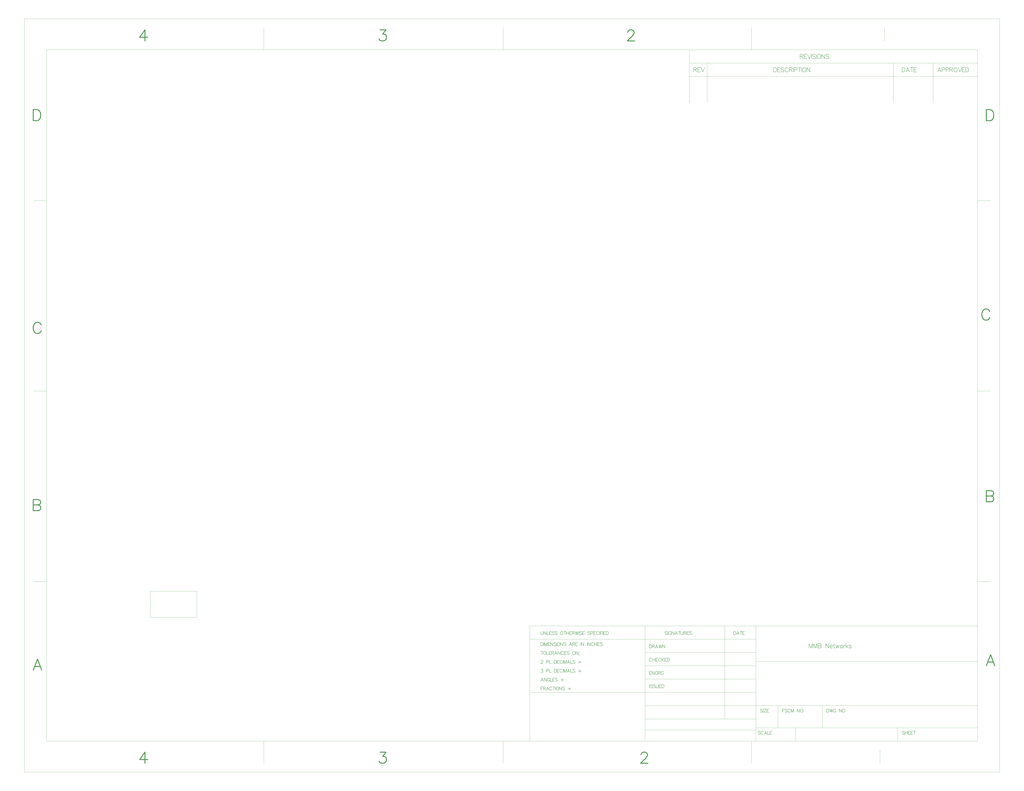
<source format=gko>
G04 Layer_Color=16711935*
%FSLAX25Y25*%
%MOIN*%
G70*
G01*
G75*
%ADD56C,0.00100*%
%ADD57C,0.01890*%
%ADD58C,0.00750*%
%ADD59C,0.00560*%
D56*
X302445Y412278D02*
X390789D01*
Y353192D02*
Y412278D01*
X285898Y353192D02*
X390789D01*
X285898D02*
Y412278D01*
X302445D01*
X1941899Y1653799D02*
Y1683799D01*
X1501899Y1513799D02*
Y1633799D01*
Y1603799D02*
X2151899D01*
X1501899Y1573799D02*
X2151899D01*
X1541899Y1513799D02*
Y1603799D01*
X2051899Y1513799D02*
Y1603799D01*
X1961899Y1513799D02*
Y1603799D01*
X1141899Y73799D02*
Y333799D01*
X2151899D01*
X1651899Y73799D02*
Y333799D01*
X1141899Y303799D02*
X1651899D01*
X1401899Y293799D02*
Y333799D01*
Y193799D02*
Y293799D01*
X1581899Y193799D02*
Y333799D01*
X1141899Y183799D02*
X1651899D01*
Y173799D02*
Y183799D01*
X1401899D02*
Y193799D01*
X1581899Y183799D02*
Y193799D01*
X1401899Y273799D02*
X1581899D01*
X1401899Y243799D02*
X1581899D01*
X1401899Y213799D02*
X1581899D01*
Y273799D02*
X1651899D01*
X1581899Y243799D02*
X1651899D01*
X1581899Y213799D02*
X1651899D01*
X1401899Y73799D02*
Y183799D01*
Y153799D02*
X1651899D01*
X1401899Y123799D02*
X1651899D01*
X1401899Y98799D02*
X1651899D01*
X1581899Y123799D02*
Y183799D01*
X1576899Y123799D02*
X1581899D01*
X1651899Y253799D02*
X2151899D01*
X1651899Y153799D02*
X2151899D01*
X1651899Y103799D02*
X2151899D01*
X1971899Y73799D02*
Y103799D01*
X1741899Y73799D02*
Y103799D01*
X1701899D02*
Y153799D01*
X1801899Y103799D02*
Y153799D01*
X1899Y3799D02*
X2201899D01*
Y1703799D01*
X1899D02*
X2201899D01*
X1899Y13799D02*
Y1703799D01*
Y3799D02*
Y13799D01*
X271899Y1633799D02*
X2141899D01*
X81899D02*
X271899D01*
X111899Y73799D02*
X1631899D01*
X51899D02*
Y1633799D01*
Y73799D02*
X111899D01*
X51899Y1633799D02*
X101899D01*
X2151899Y73799D02*
Y1633799D01*
X1631899Y73799D02*
X2151899D01*
X2141899Y1633799D02*
X2151899D01*
X1641899Y23799D02*
Y73799D01*
Y1643799D02*
Y1683799D01*
X1081899Y23799D02*
Y73799D01*
X541899Y23799D02*
Y73799D01*
Y1633799D02*
Y1683799D01*
X1081899Y1633799D02*
Y1683799D01*
X1641899Y1633799D02*
Y1643799D01*
X1931899Y23799D02*
Y53799D01*
X21899Y433799D02*
X51899D01*
X21899Y863799D02*
X51899D01*
X21899Y1293799D02*
X51899D01*
X2151899D02*
X2181899D01*
X2151899Y863799D02*
X2181899D01*
X2151899Y433799D02*
X2181899D01*
X1941899Y1653799D02*
Y1683799D01*
X1501899Y1513799D02*
Y1633799D01*
Y1603799D02*
X2151899D01*
X1501899Y1573799D02*
X2151899D01*
X1541899Y1513799D02*
Y1603799D01*
X2051899Y1513799D02*
Y1603799D01*
X1961899Y1513799D02*
Y1603799D01*
X1141899Y73799D02*
Y333799D01*
X2151899D01*
X1651899Y73799D02*
Y333799D01*
X1141899Y303799D02*
X1651899D01*
X1401899Y293799D02*
Y333799D01*
Y193799D02*
Y293799D01*
X1581899Y193799D02*
Y333799D01*
X1141899Y183799D02*
X1651899D01*
Y173799D02*
Y183799D01*
X1401899D02*
Y193799D01*
X1581899Y183799D02*
Y193799D01*
X1401899Y273799D02*
X1581899D01*
X1401899Y243799D02*
X1581899D01*
X1401899Y213799D02*
X1581899D01*
Y273799D02*
X1651899D01*
X1581899Y243799D02*
X1651899D01*
X1581899Y213799D02*
X1651899D01*
X1401899Y73799D02*
Y183799D01*
Y153799D02*
X1651899D01*
X1401899Y123799D02*
X1651899D01*
X1401899Y98799D02*
X1651899D01*
X1581899Y123799D02*
Y183799D01*
X1576899Y123799D02*
X1581899D01*
X1651899Y253799D02*
X2151899D01*
X1651899Y153799D02*
X2151899D01*
X1651899Y103799D02*
X2151899D01*
X1971899Y73799D02*
Y103799D01*
X1741899Y73799D02*
Y103799D01*
X1701899D02*
Y153799D01*
X1801899Y103799D02*
Y153799D01*
X1899Y3799D02*
X2201899D01*
Y1703799D01*
X1899D02*
X2201899D01*
X1899Y13799D02*
Y1703799D01*
Y3799D02*
Y13799D01*
X271899Y1633799D02*
X2141899D01*
X81899D02*
X271899D01*
X111899Y73799D02*
X1631899D01*
X51899D02*
Y1633799D01*
Y73799D02*
X111899D01*
X51899Y1633799D02*
X101899D01*
X2151899Y73799D02*
Y1633799D01*
X1631899Y73799D02*
X2151899D01*
X2141899Y1633799D02*
X2151899D01*
X1641899Y23799D02*
Y73799D01*
Y1643799D02*
Y1683799D01*
X1081899Y23799D02*
Y73799D01*
X541899Y23799D02*
Y73799D01*
Y1633799D02*
Y1683799D01*
X1081899Y1633799D02*
Y1683799D01*
X1641899Y1633799D02*
Y1643799D01*
X1931899Y23799D02*
Y53799D01*
X21899Y433799D02*
X51899D01*
X21899Y863799D02*
X51899D01*
X21899Y1293799D02*
X51899D01*
X2151899D02*
X2181899D01*
X2151899Y863799D02*
X2181899D01*
X2151899Y433799D02*
X2181899D01*
D57*
X1393089Y42843D02*
Y44033D01*
X1394279Y46413D01*
X1395470Y47603D01*
X1397850Y48794D01*
X1402611D01*
X1404991Y47603D01*
X1406182Y46413D01*
X1407372Y44033D01*
Y41652D01*
X1406182Y39272D01*
X1403801Y35701D01*
X1391899Y23799D01*
X1408562D01*
X804279Y48794D02*
X817372D01*
X810231Y39272D01*
X813801D01*
X816182Y38082D01*
X817372Y36891D01*
X818562Y33321D01*
Y30940D01*
X817372Y27370D01*
X814991Y24989D01*
X811421Y23799D01*
X807850D01*
X804279Y24989D01*
X803089Y26179D01*
X801899Y28560D01*
X273801Y48794D02*
X261899Y32131D01*
X279752D01*
X273801Y48794D02*
Y23799D01*
X1363089Y1672842D02*
Y1674033D01*
X1364279Y1676413D01*
X1365470Y1677603D01*
X1367850Y1678794D01*
X1372611D01*
X1374991Y1677603D01*
X1376182Y1676413D01*
X1377372Y1674033D01*
Y1671652D01*
X1376182Y1669272D01*
X1373801Y1665701D01*
X1361899Y1653799D01*
X1378562D01*
X804279Y1678794D02*
X817372D01*
X810231Y1669272D01*
X813801D01*
X816182Y1668082D01*
X817372Y1666891D01*
X818562Y1663321D01*
Y1660940D01*
X817372Y1657370D01*
X814991Y1654989D01*
X811421Y1653799D01*
X807850D01*
X804279Y1654989D01*
X803089Y1656179D01*
X801899Y1658560D01*
X273801Y1678794D02*
X261899Y1662131D01*
X279752D01*
X273801Y1678794D02*
Y1653799D01*
X2190943Y243799D02*
X2181421Y268794D01*
X2171899Y243799D01*
X2175470Y252131D02*
X2187372D01*
X2171899Y638794D02*
Y613799D01*
Y638794D02*
X2182611D01*
X2186182Y637603D01*
X2187372Y636413D01*
X2188562Y634033D01*
Y631652D01*
X2187372Y629272D01*
X2186182Y628082D01*
X2182611Y626891D01*
X2171899D02*
X2182611D01*
X2186182Y625701D01*
X2187372Y624511D01*
X2188562Y622131D01*
Y618560D01*
X2187372Y616179D01*
X2186182Y614989D01*
X2182611Y613799D01*
X2171899D01*
X2179752Y1042842D02*
X2178562Y1045223D01*
X2176182Y1047603D01*
X2173801Y1048794D01*
X2169040D01*
X2166660Y1047603D01*
X2164279Y1045223D01*
X2163089Y1042842D01*
X2161899Y1039272D01*
Y1033321D01*
X2163089Y1029750D01*
X2164279Y1027370D01*
X2166660Y1024989D01*
X2169040Y1023799D01*
X2173801D01*
X2176182Y1024989D01*
X2178562Y1027370D01*
X2179752Y1029750D01*
X21899Y1498794D02*
Y1473799D01*
Y1498794D02*
X30231D01*
X33801Y1497603D01*
X36182Y1495223D01*
X37372Y1492842D01*
X38562Y1489272D01*
Y1483321D01*
X37372Y1479750D01*
X36182Y1477370D01*
X33801Y1474989D01*
X30231Y1473799D01*
X21899D01*
X2171899Y1498794D02*
Y1473799D01*
Y1498794D02*
X2180231D01*
X2183801Y1497603D01*
X2186182Y1495223D01*
X2187372Y1492842D01*
X2188562Y1489272D01*
Y1483321D01*
X2187372Y1479750D01*
X2186182Y1477370D01*
X2183801Y1474989D01*
X2180231Y1473799D01*
X2171899D01*
X39752Y1012842D02*
X38562Y1015223D01*
X36182Y1017603D01*
X33801Y1018794D01*
X29040D01*
X26660Y1017603D01*
X24279Y1015223D01*
X23089Y1012842D01*
X21899Y1009272D01*
Y1003321D01*
X23089Y999750D01*
X24279Y997370D01*
X26660Y994989D01*
X29040Y993799D01*
X33801D01*
X36182Y994989D01*
X38562Y997370D01*
X39752Y999750D01*
X21899Y618794D02*
Y593799D01*
Y618794D02*
X32611D01*
X36182Y617603D01*
X37372Y616413D01*
X38562Y614033D01*
Y611652D01*
X37372Y609272D01*
X36182Y608082D01*
X32611Y606891D01*
X21899D02*
X32611D01*
X36182Y605701D01*
X37372Y604511D01*
X38562Y602131D01*
Y598560D01*
X37372Y596179D01*
X36182Y594989D01*
X32611Y593799D01*
X21899D01*
X40942Y233799D02*
X31421Y258794D01*
X21899Y233799D01*
X25470Y242130D02*
X37372D01*
X1393089Y42843D02*
Y44033D01*
X1394279Y46413D01*
X1395470Y47603D01*
X1397850Y48794D01*
X1402611D01*
X1404991Y47603D01*
X1406182Y46413D01*
X1407372Y44033D01*
Y41652D01*
X1406182Y39272D01*
X1403801Y35701D01*
X1391899Y23799D01*
X1408562D01*
X804279Y48794D02*
X817372D01*
X810231Y39272D01*
X813801D01*
X816182Y38082D01*
X817372Y36891D01*
X818562Y33321D01*
Y30940D01*
X817372Y27370D01*
X814991Y24989D01*
X811421Y23799D01*
X807850D01*
X804279Y24989D01*
X803089Y26179D01*
X801899Y28560D01*
X273801Y48794D02*
X261899Y32131D01*
X279752D01*
X273801Y48794D02*
Y23799D01*
X1363089Y1672842D02*
Y1674033D01*
X1364279Y1676413D01*
X1365470Y1677603D01*
X1367850Y1678794D01*
X1372611D01*
X1374991Y1677603D01*
X1376182Y1676413D01*
X1377372Y1674033D01*
Y1671652D01*
X1376182Y1669272D01*
X1373801Y1665701D01*
X1361899Y1653799D01*
X1378562D01*
X804279Y1678794D02*
X817372D01*
X810231Y1669272D01*
X813801D01*
X816182Y1668082D01*
X817372Y1666891D01*
X818562Y1663321D01*
Y1660940D01*
X817372Y1657370D01*
X814991Y1654989D01*
X811421Y1653799D01*
X807850D01*
X804279Y1654989D01*
X803089Y1656179D01*
X801899Y1658560D01*
X273801Y1678794D02*
X261899Y1662131D01*
X279752D01*
X273801Y1678794D02*
Y1653799D01*
X2190943Y243799D02*
X2181421Y268794D01*
X2171899Y243799D01*
X2175470Y252131D02*
X2187372D01*
X2171899Y638794D02*
Y613799D01*
Y638794D02*
X2182611D01*
X2186182Y637603D01*
X2187372Y636413D01*
X2188562Y634033D01*
Y631652D01*
X2187372Y629272D01*
X2186182Y628082D01*
X2182611Y626891D01*
X2171899D02*
X2182611D01*
X2186182Y625701D01*
X2187372Y624511D01*
X2188562Y622131D01*
Y618560D01*
X2187372Y616179D01*
X2186182Y614989D01*
X2182611Y613799D01*
X2171899D01*
X2179752Y1042842D02*
X2178562Y1045223D01*
X2176182Y1047603D01*
X2173801Y1048794D01*
X2169040D01*
X2166660Y1047603D01*
X2164279Y1045223D01*
X2163089Y1042842D01*
X2161899Y1039272D01*
Y1033321D01*
X2163089Y1029750D01*
X2164279Y1027370D01*
X2166660Y1024989D01*
X2169040Y1023799D01*
X2173801D01*
X2176182Y1024989D01*
X2178562Y1027370D01*
X2179752Y1029750D01*
X21899Y1498794D02*
Y1473799D01*
Y1498794D02*
X30231D01*
X33801Y1497603D01*
X36182Y1495223D01*
X37372Y1492842D01*
X38562Y1489272D01*
Y1483321D01*
X37372Y1479750D01*
X36182Y1477370D01*
X33801Y1474989D01*
X30231Y1473799D01*
X21899D01*
X2171899Y1498794D02*
Y1473799D01*
Y1498794D02*
X2180231D01*
X2183801Y1497603D01*
X2186182Y1495223D01*
X2187372Y1492842D01*
X2188562Y1489272D01*
Y1483321D01*
X2187372Y1479750D01*
X2186182Y1477370D01*
X2183801Y1474989D01*
X2180231Y1473799D01*
X2171899D01*
X39752Y1012842D02*
X38562Y1015223D01*
X36182Y1017603D01*
X33801Y1018794D01*
X29040D01*
X26660Y1017603D01*
X24279Y1015223D01*
X23089Y1012842D01*
X21899Y1009272D01*
Y1003321D01*
X23089Y999750D01*
X24279Y997370D01*
X26660Y994989D01*
X29040Y993799D01*
X33801D01*
X36182Y994989D01*
X38562Y997370D01*
X39752Y999750D01*
X21899Y618794D02*
Y593799D01*
Y618794D02*
X32611D01*
X36182Y617603D01*
X37372Y616413D01*
X38562Y614033D01*
Y611652D01*
X37372Y609272D01*
X36182Y608082D01*
X32611Y606891D01*
X21899D02*
X32611D01*
X36182Y605701D01*
X37372Y604511D01*
X38562Y602131D01*
Y598560D01*
X37372Y596179D01*
X36182Y594989D01*
X32611Y593799D01*
X21899D01*
X40942Y233799D02*
X31421Y258794D01*
X21899Y233799D01*
X25470Y242130D02*
X37372D01*
D58*
X1511899Y1593797D02*
Y1583799D01*
Y1593797D02*
X1516184D01*
X1517612Y1593321D01*
X1518088Y1592845D01*
X1518564Y1591893D01*
Y1590940D01*
X1518088Y1589988D01*
X1517612Y1589512D01*
X1516184Y1589036D01*
X1511899D01*
X1515232D02*
X1518564Y1583799D01*
X1526991Y1593797D02*
X1520802D01*
Y1583799D01*
X1526991D01*
X1520802Y1589036D02*
X1524611D01*
X1528657Y1593797D02*
X1532466Y1583799D01*
X1536275Y1593797D02*
X1532466Y1583799D01*
X1691899Y1593797D02*
Y1583799D01*
Y1593797D02*
X1695232D01*
X1696660Y1593321D01*
X1697612Y1592369D01*
X1698088Y1591416D01*
X1698564Y1589988D01*
Y1587608D01*
X1698088Y1586179D01*
X1697612Y1585227D01*
X1696660Y1584275D01*
X1695232Y1583799D01*
X1691899D01*
X1706991Y1593797D02*
X1700802D01*
Y1583799D01*
X1706991D01*
X1700802Y1589036D02*
X1704611D01*
X1715323Y1592369D02*
X1714370Y1593321D01*
X1712942Y1593797D01*
X1711038D01*
X1709609Y1593321D01*
X1708657Y1592369D01*
Y1591416D01*
X1709133Y1590464D01*
X1709609Y1589988D01*
X1710562Y1589512D01*
X1713418Y1588560D01*
X1714370Y1588084D01*
X1714846Y1587608D01*
X1715323Y1586656D01*
Y1585227D01*
X1714370Y1584275D01*
X1712942Y1583799D01*
X1711038D01*
X1709609Y1584275D01*
X1708657Y1585227D01*
X1724701Y1591416D02*
X1724225Y1592369D01*
X1723273Y1593321D01*
X1722321Y1593797D01*
X1720417D01*
X1719464Y1593321D01*
X1718512Y1592369D01*
X1718036Y1591416D01*
X1717560Y1589988D01*
Y1587608D01*
X1718036Y1586179D01*
X1718512Y1585227D01*
X1719464Y1584275D01*
X1720417Y1583799D01*
X1722321D01*
X1723273Y1584275D01*
X1724225Y1585227D01*
X1724701Y1586179D01*
X1727510Y1593797D02*
Y1583799D01*
Y1593797D02*
X1731795D01*
X1733224Y1593321D01*
X1733700Y1592845D01*
X1734176Y1591893D01*
Y1590940D01*
X1733700Y1589988D01*
X1733224Y1589512D01*
X1731795Y1589036D01*
X1727510D01*
X1730843D02*
X1734176Y1583799D01*
X1736413Y1593797D02*
Y1583799D01*
X1738508Y1588560D02*
X1742793D01*
X1744221Y1589036D01*
X1744697Y1589512D01*
X1745173Y1590464D01*
Y1591893D01*
X1744697Y1592845D01*
X1744221Y1593321D01*
X1742793Y1593797D01*
X1738508D01*
Y1583799D01*
X1750743Y1593797D02*
Y1583799D01*
X1747411Y1593797D02*
X1754076D01*
X1755266D02*
Y1583799D01*
X1760218Y1593797D02*
X1759266Y1593321D01*
X1758313Y1592369D01*
X1757837Y1591416D01*
X1757361Y1589988D01*
Y1587608D01*
X1757837Y1586179D01*
X1758313Y1585227D01*
X1759266Y1584275D01*
X1760218Y1583799D01*
X1762122D01*
X1763074Y1584275D01*
X1764026Y1585227D01*
X1764503Y1586179D01*
X1764979Y1587608D01*
Y1589988D01*
X1764503Y1591416D01*
X1764026Y1592369D01*
X1763074Y1593321D01*
X1762122Y1593797D01*
X1760218D01*
X1767311D02*
Y1583799D01*
Y1593797D02*
X1773977Y1583799D01*
Y1593797D02*
Y1583799D01*
X1981899Y1593797D02*
Y1583799D01*
Y1593797D02*
X1985232D01*
X1986660Y1593321D01*
X1987612Y1592369D01*
X1988088Y1591416D01*
X1988564Y1589988D01*
Y1587608D01*
X1988088Y1586179D01*
X1987612Y1585227D01*
X1986660Y1584275D01*
X1985232Y1583799D01*
X1981899D01*
X1998419D02*
X1994611Y1593797D01*
X1990802Y1583799D01*
X1992230Y1587132D02*
X1996991D01*
X2004085Y1593797D02*
Y1583799D01*
X2000752Y1593797D02*
X2007417D01*
X2014797D02*
X2008608D01*
Y1583799D01*
X2014797D01*
X2008608Y1589036D02*
X2012416D01*
X2069516Y1583799D02*
X2065708Y1593797D01*
X2061899Y1583799D01*
X2063327Y1587132D02*
X2068088D01*
X2071849Y1588560D02*
X2076134D01*
X2077562Y1589036D01*
X2078038Y1589512D01*
X2078514Y1590464D01*
Y1591893D01*
X2078038Y1592845D01*
X2077562Y1593321D01*
X2076134Y1593797D01*
X2071849D01*
Y1583799D01*
X2080752Y1588560D02*
X2085037D01*
X2086465Y1589036D01*
X2086941Y1589512D01*
X2087417Y1590464D01*
Y1591893D01*
X2086941Y1592845D01*
X2086465Y1593321D01*
X2085037Y1593797D01*
X2080752D01*
Y1583799D01*
X2089655Y1593797D02*
Y1583799D01*
Y1593797D02*
X2093940D01*
X2095368Y1593321D01*
X2095844Y1592845D01*
X2096320Y1591893D01*
Y1590940D01*
X2095844Y1589988D01*
X2095368Y1589512D01*
X2093940Y1589036D01*
X2089655D01*
X2092988D02*
X2096320Y1583799D01*
X2101414Y1593797D02*
X2100462Y1593321D01*
X2099510Y1592369D01*
X2099034Y1591416D01*
X2098558Y1589988D01*
Y1587608D01*
X2099034Y1586179D01*
X2099510Y1585227D01*
X2100462Y1584275D01*
X2101414Y1583799D01*
X2103319D01*
X2104271Y1584275D01*
X2105223Y1585227D01*
X2105699Y1586179D01*
X2106175Y1587608D01*
Y1589988D01*
X2105699Y1591416D01*
X2105223Y1592369D01*
X2104271Y1593321D01*
X2103319Y1593797D01*
X2101414D01*
X2108508D02*
X2112317Y1583799D01*
X2116125Y1593797D02*
X2112317Y1583799D01*
X2123600Y1593797D02*
X2117411D01*
Y1583799D01*
X2123600D01*
X2117411Y1589036D02*
X2121220D01*
X2125266Y1593797D02*
Y1583799D01*
Y1593797D02*
X2128599D01*
X2130027Y1593321D01*
X2130979Y1592369D01*
X2131455Y1591416D01*
X2131932Y1589988D01*
Y1587608D01*
X2131455Y1586179D01*
X2130979Y1585227D01*
X2130027Y1584275D01*
X2128599Y1583799D01*
X2125266D01*
X1751899Y1623797D02*
Y1613799D01*
Y1623797D02*
X1756184D01*
X1757612Y1623321D01*
X1758088Y1622845D01*
X1758564Y1621893D01*
Y1620940D01*
X1758088Y1619988D01*
X1757612Y1619512D01*
X1756184Y1619036D01*
X1751899D01*
X1755232D02*
X1758564Y1613799D01*
X1766991Y1623797D02*
X1760802D01*
Y1613799D01*
X1766991D01*
X1760802Y1619036D02*
X1764611D01*
X1768657Y1623797D02*
X1772466Y1613799D01*
X1776275Y1623797D02*
X1772466Y1613799D01*
X1777560Y1623797D02*
Y1613799D01*
X1786320Y1622369D02*
X1785368Y1623321D01*
X1783940Y1623797D01*
X1782035D01*
X1780607Y1623321D01*
X1779655Y1622369D01*
Y1621416D01*
X1780131Y1620464D01*
X1780607Y1619988D01*
X1781559Y1619512D01*
X1784416Y1618560D01*
X1785368Y1618084D01*
X1785844Y1617608D01*
X1786320Y1616656D01*
Y1615227D01*
X1785368Y1614275D01*
X1783940Y1613799D01*
X1782035D01*
X1780607Y1614275D01*
X1779655Y1615227D01*
X1788558Y1623797D02*
Y1613799D01*
X1793509Y1623797D02*
X1792557Y1623321D01*
X1791605Y1622369D01*
X1791129Y1621416D01*
X1790653Y1619988D01*
Y1617608D01*
X1791129Y1616179D01*
X1791605Y1615227D01*
X1792557Y1614275D01*
X1793509Y1613799D01*
X1795414D01*
X1796366Y1614275D01*
X1797318Y1615227D01*
X1797794Y1616179D01*
X1798270Y1617608D01*
Y1619988D01*
X1797794Y1621416D01*
X1797318Y1622369D01*
X1796366Y1623321D01*
X1795414Y1623797D01*
X1793509D01*
X1800603D02*
Y1613799D01*
Y1623797D02*
X1807268Y1613799D01*
Y1623797D02*
Y1613799D01*
X1816695Y1622369D02*
X1815742Y1623321D01*
X1814314Y1623797D01*
X1812410D01*
X1810982Y1623321D01*
X1810029Y1622369D01*
Y1621416D01*
X1810505Y1620464D01*
X1810982Y1619988D01*
X1811934Y1619512D01*
X1814790Y1618560D01*
X1815742Y1618084D01*
X1816219Y1617608D01*
X1816695Y1616656D01*
Y1615227D01*
X1815742Y1614275D01*
X1814314Y1613799D01*
X1812410D01*
X1810982Y1614275D01*
X1810029Y1615227D01*
X1771899Y293797D02*
Y283799D01*
Y293797D02*
X1775708Y283799D01*
X1779516Y293797D02*
X1775708Y283799D01*
X1779516Y293797D02*
Y283799D01*
X1782373Y293797D02*
Y283799D01*
Y293797D02*
X1786182Y283799D01*
X1789990Y293797D02*
X1786182Y283799D01*
X1789990Y293797D02*
Y283799D01*
X1792847Y293797D02*
Y283799D01*
Y293797D02*
X1797132D01*
X1798560Y293321D01*
X1799036Y292845D01*
X1799512Y291893D01*
Y290940D01*
X1799036Y289988D01*
X1798560Y289512D01*
X1797132Y289036D01*
X1792847D02*
X1797132D01*
X1798560Y288560D01*
X1799036Y288084D01*
X1799512Y287132D01*
Y285703D01*
X1799036Y284751D01*
X1798560Y284275D01*
X1797132Y283799D01*
X1792847D01*
X1809605Y293797D02*
Y283799D01*
Y293797D02*
X1816270Y283799D01*
Y293797D02*
Y283799D01*
X1819032Y287608D02*
X1824745D01*
Y288560D01*
X1824269Y289512D01*
X1823793Y289988D01*
X1822840Y290464D01*
X1821412D01*
X1820460Y289988D01*
X1819508Y289036D01*
X1819032Y287608D01*
Y286655D01*
X1819508Y285227D01*
X1820460Y284275D01*
X1821412Y283799D01*
X1822840D01*
X1823793Y284275D01*
X1824745Y285227D01*
X1828316Y293797D02*
Y285703D01*
X1828792Y284275D01*
X1829744Y283799D01*
X1830696D01*
X1826887Y290464D02*
X1830220D01*
X1832124D02*
X1834028Y283799D01*
X1835933Y290464D02*
X1834028Y283799D01*
X1835933Y290464D02*
X1837837Y283799D01*
X1839742Y290464D02*
X1837837Y283799D01*
X1844455Y290464D02*
X1843503Y289988D01*
X1842550Y289036D01*
X1842074Y287608D01*
Y286655D01*
X1842550Y285227D01*
X1843503Y284275D01*
X1844455Y283799D01*
X1845883D01*
X1846835Y284275D01*
X1847787Y285227D01*
X1848264Y286655D01*
Y287608D01*
X1847787Y289036D01*
X1846835Y289988D01*
X1845883Y290464D01*
X1844455D01*
X1850454D02*
Y283799D01*
Y287608D02*
X1850930Y289036D01*
X1851882Y289988D01*
X1852834Y290464D01*
X1854262D01*
X1855167Y293797D02*
Y283799D01*
X1859928Y290464D02*
X1855167Y285703D01*
X1857071Y287608D02*
X1860404Y283799D01*
X1867212Y289036D02*
X1866736Y289988D01*
X1865308Y290464D01*
X1863879D01*
X1862451Y289988D01*
X1861975Y289036D01*
X1862451Y288084D01*
X1863403Y287608D01*
X1865784Y287132D01*
X1866736Y286655D01*
X1867212Y285703D01*
Y285227D01*
X1866736Y284275D01*
X1865308Y283799D01*
X1863879D01*
X1862451Y284275D01*
X1861975Y285227D01*
X1511899Y1593797D02*
Y1583799D01*
Y1593797D02*
X1516184D01*
X1517612Y1593321D01*
X1518088Y1592845D01*
X1518564Y1591893D01*
Y1590940D01*
X1518088Y1589988D01*
X1517612Y1589512D01*
X1516184Y1589036D01*
X1511899D01*
X1515232D02*
X1518564Y1583799D01*
X1526991Y1593797D02*
X1520802D01*
Y1583799D01*
X1526991D01*
X1520802Y1589036D02*
X1524611D01*
X1528657Y1593797D02*
X1532466Y1583799D01*
X1536275Y1593797D02*
X1532466Y1583799D01*
X1691899Y1593797D02*
Y1583799D01*
Y1593797D02*
X1695232D01*
X1696660Y1593321D01*
X1697612Y1592369D01*
X1698088Y1591416D01*
X1698564Y1589988D01*
Y1587608D01*
X1698088Y1586179D01*
X1697612Y1585227D01*
X1696660Y1584275D01*
X1695232Y1583799D01*
X1691899D01*
X1706991Y1593797D02*
X1700802D01*
Y1583799D01*
X1706991D01*
X1700802Y1589036D02*
X1704611D01*
X1715323Y1592369D02*
X1714370Y1593321D01*
X1712942Y1593797D01*
X1711038D01*
X1709609Y1593321D01*
X1708657Y1592369D01*
Y1591416D01*
X1709133Y1590464D01*
X1709609Y1589988D01*
X1710562Y1589512D01*
X1713418Y1588560D01*
X1714370Y1588084D01*
X1714846Y1587608D01*
X1715323Y1586656D01*
Y1585227D01*
X1714370Y1584275D01*
X1712942Y1583799D01*
X1711038D01*
X1709609Y1584275D01*
X1708657Y1585227D01*
X1724701Y1591416D02*
X1724225Y1592369D01*
X1723273Y1593321D01*
X1722321Y1593797D01*
X1720417D01*
X1719464Y1593321D01*
X1718512Y1592369D01*
X1718036Y1591416D01*
X1717560Y1589988D01*
Y1587608D01*
X1718036Y1586179D01*
X1718512Y1585227D01*
X1719464Y1584275D01*
X1720417Y1583799D01*
X1722321D01*
X1723273Y1584275D01*
X1724225Y1585227D01*
X1724701Y1586179D01*
X1727510Y1593797D02*
Y1583799D01*
Y1593797D02*
X1731795D01*
X1733224Y1593321D01*
X1733700Y1592845D01*
X1734176Y1591893D01*
Y1590940D01*
X1733700Y1589988D01*
X1733224Y1589512D01*
X1731795Y1589036D01*
X1727510D01*
X1730843D02*
X1734176Y1583799D01*
X1736413Y1593797D02*
Y1583799D01*
X1738508Y1588560D02*
X1742793D01*
X1744221Y1589036D01*
X1744697Y1589512D01*
X1745173Y1590464D01*
Y1591893D01*
X1744697Y1592845D01*
X1744221Y1593321D01*
X1742793Y1593797D01*
X1738508D01*
Y1583799D01*
X1750743Y1593797D02*
Y1583799D01*
X1747411Y1593797D02*
X1754076D01*
X1755266D02*
Y1583799D01*
X1760218Y1593797D02*
X1759266Y1593321D01*
X1758313Y1592369D01*
X1757837Y1591416D01*
X1757361Y1589988D01*
Y1587608D01*
X1757837Y1586179D01*
X1758313Y1585227D01*
X1759266Y1584275D01*
X1760218Y1583799D01*
X1762122D01*
X1763074Y1584275D01*
X1764026Y1585227D01*
X1764503Y1586179D01*
X1764979Y1587608D01*
Y1589988D01*
X1764503Y1591416D01*
X1764026Y1592369D01*
X1763074Y1593321D01*
X1762122Y1593797D01*
X1760218D01*
X1767311D02*
Y1583799D01*
Y1593797D02*
X1773977Y1583799D01*
Y1593797D02*
Y1583799D01*
X1981899Y1593797D02*
Y1583799D01*
Y1593797D02*
X1985232D01*
X1986660Y1593321D01*
X1987612Y1592369D01*
X1988088Y1591416D01*
X1988564Y1589988D01*
Y1587608D01*
X1988088Y1586179D01*
X1987612Y1585227D01*
X1986660Y1584275D01*
X1985232Y1583799D01*
X1981899D01*
X1998419D02*
X1994611Y1593797D01*
X1990802Y1583799D01*
X1992230Y1587132D02*
X1996991D01*
X2004085Y1593797D02*
Y1583799D01*
X2000752Y1593797D02*
X2007417D01*
X2014797D02*
X2008608D01*
Y1583799D01*
X2014797D01*
X2008608Y1589036D02*
X2012416D01*
X2069516Y1583799D02*
X2065708Y1593797D01*
X2061899Y1583799D01*
X2063327Y1587132D02*
X2068088D01*
X2071849Y1588560D02*
X2076134D01*
X2077562Y1589036D01*
X2078038Y1589512D01*
X2078514Y1590464D01*
Y1591893D01*
X2078038Y1592845D01*
X2077562Y1593321D01*
X2076134Y1593797D01*
X2071849D01*
Y1583799D01*
X2080752Y1588560D02*
X2085037D01*
X2086465Y1589036D01*
X2086941Y1589512D01*
X2087417Y1590464D01*
Y1591893D01*
X2086941Y1592845D01*
X2086465Y1593321D01*
X2085037Y1593797D01*
X2080752D01*
Y1583799D01*
X2089655Y1593797D02*
Y1583799D01*
Y1593797D02*
X2093940D01*
X2095368Y1593321D01*
X2095844Y1592845D01*
X2096320Y1591893D01*
Y1590940D01*
X2095844Y1589988D01*
X2095368Y1589512D01*
X2093940Y1589036D01*
X2089655D01*
X2092988D02*
X2096320Y1583799D01*
X2101414Y1593797D02*
X2100462Y1593321D01*
X2099510Y1592369D01*
X2099034Y1591416D01*
X2098558Y1589988D01*
Y1587608D01*
X2099034Y1586179D01*
X2099510Y1585227D01*
X2100462Y1584275D01*
X2101414Y1583799D01*
X2103319D01*
X2104271Y1584275D01*
X2105223Y1585227D01*
X2105699Y1586179D01*
X2106175Y1587608D01*
Y1589988D01*
X2105699Y1591416D01*
X2105223Y1592369D01*
X2104271Y1593321D01*
X2103319Y1593797D01*
X2101414D01*
X2108508D02*
X2112317Y1583799D01*
X2116125Y1593797D02*
X2112317Y1583799D01*
X2123600Y1593797D02*
X2117411D01*
Y1583799D01*
X2123600D01*
X2117411Y1589036D02*
X2121220D01*
X2125266Y1593797D02*
Y1583799D01*
Y1593797D02*
X2128599D01*
X2130027Y1593321D01*
X2130979Y1592369D01*
X2131455Y1591416D01*
X2131932Y1589988D01*
Y1587608D01*
X2131455Y1586179D01*
X2130979Y1585227D01*
X2130027Y1584275D01*
X2128599Y1583799D01*
X2125266D01*
X1751899Y1623797D02*
Y1613799D01*
Y1623797D02*
X1756184D01*
X1757612Y1623321D01*
X1758088Y1622845D01*
X1758564Y1621893D01*
Y1620940D01*
X1758088Y1619988D01*
X1757612Y1619512D01*
X1756184Y1619036D01*
X1751899D01*
X1755232D02*
X1758564Y1613799D01*
X1766991Y1623797D02*
X1760802D01*
Y1613799D01*
X1766991D01*
X1760802Y1619036D02*
X1764611D01*
X1768657Y1623797D02*
X1772466Y1613799D01*
X1776275Y1623797D02*
X1772466Y1613799D01*
X1777560Y1623797D02*
Y1613799D01*
X1786320Y1622369D02*
X1785368Y1623321D01*
X1783940Y1623797D01*
X1782035D01*
X1780607Y1623321D01*
X1779655Y1622369D01*
Y1621416D01*
X1780131Y1620464D01*
X1780607Y1619988D01*
X1781559Y1619512D01*
X1784416Y1618560D01*
X1785368Y1618084D01*
X1785844Y1617608D01*
X1786320Y1616656D01*
Y1615227D01*
X1785368Y1614275D01*
X1783940Y1613799D01*
X1782035D01*
X1780607Y1614275D01*
X1779655Y1615227D01*
X1788558Y1623797D02*
Y1613799D01*
X1793509Y1623797D02*
X1792557Y1623321D01*
X1791605Y1622369D01*
X1791129Y1621416D01*
X1790653Y1619988D01*
Y1617608D01*
X1791129Y1616179D01*
X1791605Y1615227D01*
X1792557Y1614275D01*
X1793509Y1613799D01*
X1795414D01*
X1796366Y1614275D01*
X1797318Y1615227D01*
X1797794Y1616179D01*
X1798270Y1617608D01*
Y1619988D01*
X1797794Y1621416D01*
X1797318Y1622369D01*
X1796366Y1623321D01*
X1795414Y1623797D01*
X1793509D01*
X1800603D02*
Y1613799D01*
Y1623797D02*
X1807268Y1613799D01*
Y1623797D02*
Y1613799D01*
X1816695Y1622369D02*
X1815742Y1623321D01*
X1814314Y1623797D01*
X1812410D01*
X1810982Y1623321D01*
X1810029Y1622369D01*
Y1621416D01*
X1810505Y1620464D01*
X1810982Y1619988D01*
X1811934Y1619512D01*
X1814790Y1618560D01*
X1815742Y1618084D01*
X1816219Y1617608D01*
X1816695Y1616656D01*
Y1615227D01*
X1815742Y1614275D01*
X1814314Y1613799D01*
X1812410D01*
X1810982Y1614275D01*
X1810029Y1615227D01*
X1771899Y293797D02*
Y283799D01*
Y293797D02*
X1775708Y283799D01*
X1779516Y293797D02*
X1775708Y283799D01*
X1779516Y293797D02*
Y283799D01*
X1782373Y293797D02*
Y283799D01*
Y293797D02*
X1786182Y283799D01*
X1789990Y293797D02*
X1786182Y283799D01*
X1789990Y293797D02*
Y283799D01*
X1792847Y293797D02*
Y283799D01*
Y293797D02*
X1797132D01*
X1798560Y293321D01*
X1799036Y292845D01*
X1799512Y291893D01*
Y290940D01*
X1799036Y289988D01*
X1798560Y289512D01*
X1797132Y289036D01*
X1792847D02*
X1797132D01*
X1798560Y288560D01*
X1799036Y288084D01*
X1799512Y287132D01*
Y285703D01*
X1799036Y284751D01*
X1798560Y284275D01*
X1797132Y283799D01*
X1792847D01*
X1809605Y293797D02*
Y283799D01*
Y293797D02*
X1816270Y283799D01*
Y293797D02*
Y283799D01*
X1819032Y287608D02*
X1824745D01*
Y288560D01*
X1824269Y289512D01*
X1823793Y289988D01*
X1822840Y290464D01*
X1821412D01*
X1820460Y289988D01*
X1819508Y289036D01*
X1819032Y287608D01*
Y286655D01*
X1819508Y285227D01*
X1820460Y284275D01*
X1821412Y283799D01*
X1822840D01*
X1823793Y284275D01*
X1824745Y285227D01*
X1828316Y293797D02*
Y285703D01*
X1828792Y284275D01*
X1829744Y283799D01*
X1830696D01*
X1826887Y290464D02*
X1830220D01*
X1832124D02*
X1834028Y283799D01*
X1835933Y290464D02*
X1834028Y283799D01*
X1835933Y290464D02*
X1837837Y283799D01*
X1839742Y290464D02*
X1837837Y283799D01*
X1844455Y290464D02*
X1843503Y289988D01*
X1842550Y289036D01*
X1842074Y287608D01*
Y286655D01*
X1842550Y285227D01*
X1843503Y284275D01*
X1844455Y283799D01*
X1845883D01*
X1846835Y284275D01*
X1847787Y285227D01*
X1848264Y286655D01*
Y287608D01*
X1847787Y289036D01*
X1846835Y289988D01*
X1845883Y290464D01*
X1844455D01*
X1850454D02*
Y283799D01*
Y287608D02*
X1850930Y289036D01*
X1851882Y289988D01*
X1852834Y290464D01*
X1854262D01*
X1855167Y293797D02*
Y283799D01*
X1859928Y290464D02*
X1855167Y285703D01*
X1857071Y287608D02*
X1860404Y283799D01*
X1867212Y289036D02*
X1866736Y289988D01*
X1865308Y290464D01*
X1863879D01*
X1862451Y289988D01*
X1861975Y289036D01*
X1862451Y288084D01*
X1863403Y287608D01*
X1865784Y287132D01*
X1866736Y286655D01*
X1867212Y285703D01*
Y285227D01*
X1866736Y284275D01*
X1865308Y283799D01*
X1863879D01*
X1862451Y284275D01*
X1861975Y285227D01*
D59*
X1166899Y321297D02*
Y315941D01*
X1167256Y314870D01*
X1167970Y314156D01*
X1169041Y313799D01*
X1169755D01*
X1170827Y314156D01*
X1171541Y314870D01*
X1171898Y315941D01*
Y321297D01*
X1173969D02*
Y313799D01*
Y321297D02*
X1178968Y313799D01*
Y321297D02*
Y313799D01*
X1181039Y321297D02*
Y313799D01*
X1185324D01*
X1190787Y321297D02*
X1186145D01*
Y313799D01*
X1190787D01*
X1186145Y317727D02*
X1189001D01*
X1197035Y320226D02*
X1196321Y320940D01*
X1195250Y321297D01*
X1193822D01*
X1192751Y320940D01*
X1192037Y320226D01*
Y319512D01*
X1192393Y318798D01*
X1192751Y318441D01*
X1193465Y318084D01*
X1195607Y317370D01*
X1196321Y317013D01*
X1196678Y316655D01*
X1197035Y315941D01*
Y314870D01*
X1196321Y314156D01*
X1195250Y313799D01*
X1193822D01*
X1192751Y314156D01*
X1192037Y314870D01*
X1203712Y320226D02*
X1202998Y320940D01*
X1201927Y321297D01*
X1200499D01*
X1199428Y320940D01*
X1198714Y320226D01*
Y319512D01*
X1199071Y318798D01*
X1199428Y318441D01*
X1200142Y318084D01*
X1202284Y317370D01*
X1202998Y317013D01*
X1203356Y316655D01*
X1203712Y315941D01*
Y314870D01*
X1202998Y314156D01*
X1201927Y313799D01*
X1200499D01*
X1199428Y314156D01*
X1198714Y314870D01*
X1213425Y321297D02*
X1212711Y320940D01*
X1211996Y320226D01*
X1211639Y319512D01*
X1211282Y318441D01*
Y316655D01*
X1211639Y315584D01*
X1211996Y314870D01*
X1212711Y314156D01*
X1213425Y313799D01*
X1214853D01*
X1215567Y314156D01*
X1216281Y314870D01*
X1216638Y315584D01*
X1216995Y316655D01*
Y318441D01*
X1216638Y319512D01*
X1216281Y320226D01*
X1215567Y320940D01*
X1214853Y321297D01*
X1213425D01*
X1221245D02*
Y313799D01*
X1218745Y321297D02*
X1223744D01*
X1224637D02*
Y313799D01*
X1229636Y321297D02*
Y313799D01*
X1224637Y317727D02*
X1229636D01*
X1236348Y321297D02*
X1231707D01*
Y313799D01*
X1236348D01*
X1231707Y317727D02*
X1234563D01*
X1237598Y321297D02*
Y313799D01*
Y321297D02*
X1240812D01*
X1241883Y320940D01*
X1242240Y320583D01*
X1242597Y319869D01*
Y319155D01*
X1242240Y318441D01*
X1241883Y318084D01*
X1240812Y317727D01*
X1237598D01*
X1240098D02*
X1242597Y313799D01*
X1244275Y321297D02*
X1246061Y313799D01*
X1247846Y321297D02*
X1246061Y313799D01*
X1247846Y321297D02*
X1249631Y313799D01*
X1251417Y321297D02*
X1249631Y313799D01*
X1252916Y321297D02*
Y313799D01*
X1259486Y320226D02*
X1258772Y320940D01*
X1257701Y321297D01*
X1256273D01*
X1255202Y320940D01*
X1254487Y320226D01*
Y319512D01*
X1254844Y318798D01*
X1255202Y318441D01*
X1255916Y318084D01*
X1258058Y317370D01*
X1258772Y317013D01*
X1259129Y316655D01*
X1259486Y315941D01*
Y314870D01*
X1258772Y314156D01*
X1257701Y313799D01*
X1256273D01*
X1255202Y314156D01*
X1254487Y314870D01*
X1265806Y321297D02*
X1261164D01*
Y313799D01*
X1265806D01*
X1261164Y317727D02*
X1264021D01*
X1277947Y320226D02*
X1277232Y320940D01*
X1276161Y321297D01*
X1274733D01*
X1273662Y320940D01*
X1272948Y320226D01*
Y319512D01*
X1273305Y318798D01*
X1273662Y318441D01*
X1274376Y318084D01*
X1276518Y317370D01*
X1277232Y317013D01*
X1277590Y316655D01*
X1277947Y315941D01*
Y314870D01*
X1277232Y314156D01*
X1276161Y313799D01*
X1274733D01*
X1273662Y314156D01*
X1272948Y314870D01*
X1279625Y317370D02*
X1282838D01*
X1283910Y317727D01*
X1284267Y318084D01*
X1284624Y318798D01*
Y319869D01*
X1284267Y320583D01*
X1283910Y320940D01*
X1282838Y321297D01*
X1279625D01*
Y313799D01*
X1290944Y321297D02*
X1286302D01*
Y313799D01*
X1290944D01*
X1286302Y317727D02*
X1289159D01*
X1297550Y319512D02*
X1297192Y320226D01*
X1296478Y320940D01*
X1295764Y321297D01*
X1294336D01*
X1293622Y320940D01*
X1292908Y320226D01*
X1292551Y319512D01*
X1292194Y318441D01*
Y316655D01*
X1292551Y315584D01*
X1292908Y314870D01*
X1293622Y314156D01*
X1294336Y313799D01*
X1295764D01*
X1296478Y314156D01*
X1297192Y314870D01*
X1297550Y315584D01*
X1299656Y321297D02*
Y313799D01*
X1301227Y321297D02*
Y313799D01*
Y321297D02*
X1305869D01*
X1301227Y317727D02*
X1304084D01*
X1306726Y321297D02*
Y313799D01*
X1312939Y321297D02*
X1308297D01*
Y313799D01*
X1312939D01*
X1308297Y317727D02*
X1311154D01*
X1314189Y321297D02*
Y313799D01*
Y321297D02*
X1316688D01*
X1317760Y320940D01*
X1318474Y320226D01*
X1318831Y319512D01*
X1319188Y318441D01*
Y316655D01*
X1318831Y315584D01*
X1318474Y314870D01*
X1317760Y314156D01*
X1316688Y313799D01*
X1314189D01*
X1166899Y296297D02*
Y288799D01*
Y296297D02*
X1169398D01*
X1170470Y295940D01*
X1171184Y295226D01*
X1171541Y294512D01*
X1171898Y293441D01*
Y291655D01*
X1171541Y290584D01*
X1171184Y289870D01*
X1170470Y289156D01*
X1169398Y288799D01*
X1166899D01*
X1173576Y296297D02*
Y288799D01*
X1175147Y296297D02*
Y288799D01*
Y296297D02*
X1178004Y288799D01*
X1180860Y296297D02*
X1178004Y288799D01*
X1180860Y296297D02*
Y288799D01*
X1187644Y296297D02*
X1183003D01*
Y288799D01*
X1187644D01*
X1183003Y292727D02*
X1185859D01*
X1188894Y296297D02*
Y288799D01*
Y296297D02*
X1193893Y288799D01*
Y296297D02*
Y288799D01*
X1200963Y295226D02*
X1200249Y295940D01*
X1199178Y296297D01*
X1197750D01*
X1196678Y295940D01*
X1195964Y295226D01*
Y294512D01*
X1196321Y293798D01*
X1196678Y293441D01*
X1197392Y293084D01*
X1199535Y292370D01*
X1200249Y292013D01*
X1200606Y291655D01*
X1200963Y290941D01*
Y289870D01*
X1200249Y289156D01*
X1199178Y288799D01*
X1197750D01*
X1196678Y289156D01*
X1195964Y289870D01*
X1202641Y296297D02*
Y288799D01*
X1206355Y296297D02*
X1205641Y295940D01*
X1204926Y295226D01*
X1204570Y294512D01*
X1204212Y293441D01*
Y291655D01*
X1204570Y290584D01*
X1204926Y289870D01*
X1205641Y289156D01*
X1206355Y288799D01*
X1207783D01*
X1208497Y289156D01*
X1209211Y289870D01*
X1209568Y290584D01*
X1209925Y291655D01*
Y293441D01*
X1209568Y294512D01*
X1209211Y295226D01*
X1208497Y295940D01*
X1207783Y296297D01*
X1206355D01*
X1211675D02*
Y288799D01*
Y296297D02*
X1216674Y288799D01*
Y296297D02*
Y288799D01*
X1223744Y295226D02*
X1223030Y295940D01*
X1221959Y296297D01*
X1220530D01*
X1219459Y295940D01*
X1218745Y295226D01*
Y294512D01*
X1219102Y293798D01*
X1219459Y293441D01*
X1220173Y293084D01*
X1222316Y292370D01*
X1223030Y292013D01*
X1223387Y291655D01*
X1223744Y290941D01*
Y289870D01*
X1223030Y289156D01*
X1221959Y288799D01*
X1220530D01*
X1219459Y289156D01*
X1218745Y289870D01*
X1237027Y288799D02*
X1234170Y296297D01*
X1231314Y288799D01*
X1232385Y291299D02*
X1235956D01*
X1238776Y296297D02*
Y288799D01*
Y296297D02*
X1241990D01*
X1243061Y295940D01*
X1243418Y295583D01*
X1243775Y294869D01*
Y294155D01*
X1243418Y293441D01*
X1243061Y293084D01*
X1241990Y292727D01*
X1238776D01*
X1241276D02*
X1243775Y288799D01*
X1250095Y296297D02*
X1245454D01*
Y288799D01*
X1250095D01*
X1245454Y292727D02*
X1248310D01*
X1257237Y296297D02*
Y288799D01*
X1258808Y296297D02*
Y288799D01*
Y296297D02*
X1263807Y288799D01*
Y296297D02*
Y288799D01*
X1271769Y296297D02*
Y288799D01*
X1273340Y296297D02*
Y288799D01*
Y296297D02*
X1278339Y288799D01*
Y296297D02*
Y288799D01*
X1285766Y294512D02*
X1285409Y295226D01*
X1284695Y295940D01*
X1283981Y296297D01*
X1282553D01*
X1281839Y295940D01*
X1281124Y295226D01*
X1280767Y294512D01*
X1280410Y293441D01*
Y291655D01*
X1280767Y290584D01*
X1281124Y289870D01*
X1281839Y289156D01*
X1282553Y288799D01*
X1283981D01*
X1284695Y289156D01*
X1285409Y289870D01*
X1285766Y290584D01*
X1287873Y296297D02*
Y288799D01*
X1292872Y296297D02*
Y288799D01*
X1287873Y292727D02*
X1292872D01*
X1299585Y296297D02*
X1294943D01*
Y288799D01*
X1299585D01*
X1294943Y292727D02*
X1297799D01*
X1305834Y295226D02*
X1305119Y295940D01*
X1304048Y296297D01*
X1302620D01*
X1301549Y295940D01*
X1300834Y295226D01*
Y294512D01*
X1301192Y293798D01*
X1301549Y293441D01*
X1302263Y293084D01*
X1304405Y292370D01*
X1305119Y292013D01*
X1305476Y291655D01*
X1305834Y290941D01*
Y289870D01*
X1305119Y289156D01*
X1304048Y288799D01*
X1302620D01*
X1301549Y289156D01*
X1300834Y289870D01*
X1169398Y276297D02*
Y268799D01*
X1166899Y276297D02*
X1171898D01*
X1174933D02*
X1174219Y275940D01*
X1173505Y275226D01*
X1173148Y274512D01*
X1172791Y273441D01*
Y271656D01*
X1173148Y270584D01*
X1173505Y269870D01*
X1174219Y269156D01*
X1174933Y268799D01*
X1176361D01*
X1177075Y269156D01*
X1177789Y269870D01*
X1178147Y270584D01*
X1178504Y271656D01*
Y273441D01*
X1178147Y274512D01*
X1177789Y275226D01*
X1177075Y275940D01*
X1176361Y276297D01*
X1174933D01*
X1180253D02*
Y268799D01*
X1184538D01*
X1190001Y276297D02*
X1185359D01*
Y268799D01*
X1190001D01*
X1185359Y272727D02*
X1188216D01*
X1191251Y276297D02*
Y268799D01*
Y276297D02*
X1194464D01*
X1195536Y275940D01*
X1195893Y275583D01*
X1196250Y274869D01*
Y274155D01*
X1195893Y273441D01*
X1195536Y273084D01*
X1194464Y272727D01*
X1191251D01*
X1193750D02*
X1196250Y268799D01*
X1203641D02*
X1200785Y276297D01*
X1197928Y268799D01*
X1198999Y271299D02*
X1202570D01*
X1205391Y276297D02*
Y268799D01*
Y276297D02*
X1210390Y268799D01*
Y276297D02*
Y268799D01*
X1217817Y274512D02*
X1217460Y275226D01*
X1216745Y275940D01*
X1216031Y276297D01*
X1214603D01*
X1213889Y275940D01*
X1213175Y275226D01*
X1212818Y274512D01*
X1212461Y273441D01*
Y271656D01*
X1212818Y270584D01*
X1213175Y269870D01*
X1213889Y269156D01*
X1214603Y268799D01*
X1216031D01*
X1216745Y269156D01*
X1217460Y269870D01*
X1217817Y270584D01*
X1224565Y276297D02*
X1219923D01*
Y268799D01*
X1224565D01*
X1219923Y272727D02*
X1222780D01*
X1230814Y275226D02*
X1230100Y275940D01*
X1229029Y276297D01*
X1227600D01*
X1226529Y275940D01*
X1225815Y275226D01*
Y274512D01*
X1226172Y273798D01*
X1226529Y273441D01*
X1227243Y273084D01*
X1229386Y272370D01*
X1230100Y272013D01*
X1230457Y271656D01*
X1230814Y270941D01*
Y269870D01*
X1230100Y269156D01*
X1229029Y268799D01*
X1227600D01*
X1226529Y269156D01*
X1225815Y269870D01*
X1240526Y276297D02*
X1239812Y275940D01*
X1239098Y275226D01*
X1238741Y274512D01*
X1238384Y273441D01*
Y271656D01*
X1238741Y270584D01*
X1239098Y269870D01*
X1239812Y269156D01*
X1240526Y268799D01*
X1241954D01*
X1242669Y269156D01*
X1243383Y269870D01*
X1243740Y270584D01*
X1244097Y271656D01*
Y273441D01*
X1243740Y274512D01*
X1243383Y275226D01*
X1242669Y275940D01*
X1241954Y276297D01*
X1240526D01*
X1245846D02*
Y268799D01*
Y276297D02*
X1250845Y268799D01*
Y276297D02*
Y268799D01*
X1253273Y273798D02*
X1252916Y273441D01*
X1253273Y273084D01*
X1253630Y273441D01*
X1253273Y273798D01*
X1253630Y269156D02*
X1253273Y268799D01*
X1252916Y269156D01*
X1253273Y269513D01*
X1253630Y269156D01*
Y268442D01*
X1253273Y267728D01*
X1252916Y267371D01*
X1167256Y254512D02*
Y254869D01*
X1167613Y255583D01*
X1167970Y255940D01*
X1168684Y256297D01*
X1170113D01*
X1170827Y255940D01*
X1171184Y255583D01*
X1171541Y254869D01*
Y254155D01*
X1171184Y253441D01*
X1170470Y252370D01*
X1166899Y248799D01*
X1171898D01*
X1179468Y252370D02*
X1182681D01*
X1183753Y252727D01*
X1184110Y253084D01*
X1184467Y253798D01*
Y254869D01*
X1184110Y255583D01*
X1183753Y255940D01*
X1182681Y256297D01*
X1179468D01*
Y248799D01*
X1186145Y256297D02*
Y248799D01*
X1190430D01*
X1197143Y256297D02*
Y248799D01*
Y256297D02*
X1199642D01*
X1200713Y255940D01*
X1201427Y255226D01*
X1201784Y254512D01*
X1202141Y253441D01*
Y251656D01*
X1201784Y250584D01*
X1201427Y249870D01*
X1200713Y249156D01*
X1199642Y248799D01*
X1197143D01*
X1208461Y256297D02*
X1203820D01*
Y248799D01*
X1208461D01*
X1203820Y252727D02*
X1206676D01*
X1215067Y254512D02*
X1214710Y255226D01*
X1213996Y255940D01*
X1213282Y256297D01*
X1211854D01*
X1211139Y255940D01*
X1210425Y255226D01*
X1210068Y254512D01*
X1209711Y253441D01*
Y251656D01*
X1210068Y250584D01*
X1210425Y249870D01*
X1211139Y249156D01*
X1211854Y248799D01*
X1213282D01*
X1213996Y249156D01*
X1214710Y249870D01*
X1215067Y250584D01*
X1217174Y256297D02*
Y248799D01*
X1218745Y256297D02*
Y248799D01*
Y256297D02*
X1221601Y248799D01*
X1224458Y256297D02*
X1221601Y248799D01*
X1224458Y256297D02*
Y248799D01*
X1232314D02*
X1229457Y256297D01*
X1226600Y248799D01*
X1227672Y251298D02*
X1231242D01*
X1234063Y256297D02*
Y248799D01*
X1238348D01*
X1244168Y255226D02*
X1243454Y255940D01*
X1242383Y256297D01*
X1240955D01*
X1239883Y255940D01*
X1239169Y255226D01*
Y254512D01*
X1239526Y253798D01*
X1239883Y253441D01*
X1240598Y253084D01*
X1242740Y252370D01*
X1243454Y252013D01*
X1243811Y251656D01*
X1244168Y250941D01*
Y249870D01*
X1243454Y249156D01*
X1242383Y248799D01*
X1240955D01*
X1239883Y249156D01*
X1239169Y249870D01*
X1254951Y255226D02*
Y248799D01*
X1251738Y252013D02*
X1258165D01*
X1167613Y236297D02*
X1171541D01*
X1169398Y233441D01*
X1170470D01*
X1171184Y233084D01*
X1171541Y232727D01*
X1171898Y231656D01*
Y230941D01*
X1171541Y229870D01*
X1170827Y229156D01*
X1169755Y228799D01*
X1168684D01*
X1167613Y229156D01*
X1167256Y229513D01*
X1166899Y230227D01*
X1179468Y232370D02*
X1182681D01*
X1183753Y232727D01*
X1184110Y233084D01*
X1184467Y233798D01*
Y234869D01*
X1184110Y235583D01*
X1183753Y235940D01*
X1182681Y236297D01*
X1179468D01*
Y228799D01*
X1186145Y236297D02*
Y228799D01*
X1190430D01*
X1197143Y236297D02*
Y228799D01*
Y236297D02*
X1199642D01*
X1200713Y235940D01*
X1201427Y235226D01*
X1201784Y234512D01*
X1202141Y233441D01*
Y231656D01*
X1201784Y230584D01*
X1201427Y229870D01*
X1200713Y229156D01*
X1199642Y228799D01*
X1197143D01*
X1208461Y236297D02*
X1203820D01*
Y228799D01*
X1208461D01*
X1203820Y232727D02*
X1206676D01*
X1215067Y234512D02*
X1214710Y235226D01*
X1213996Y235940D01*
X1213282Y236297D01*
X1211854D01*
X1211139Y235940D01*
X1210425Y235226D01*
X1210068Y234512D01*
X1209711Y233441D01*
Y231656D01*
X1210068Y230584D01*
X1210425Y229870D01*
X1211139Y229156D01*
X1211854Y228799D01*
X1213282D01*
X1213996Y229156D01*
X1214710Y229870D01*
X1215067Y230584D01*
X1217174Y236297D02*
Y228799D01*
X1218745Y236297D02*
Y228799D01*
Y236297D02*
X1221601Y228799D01*
X1224458Y236297D02*
X1221601Y228799D01*
X1224458Y236297D02*
Y228799D01*
X1232314D02*
X1229457Y236297D01*
X1226600Y228799D01*
X1227672Y231298D02*
X1231242D01*
X1234063Y236297D02*
Y228799D01*
X1238348D01*
X1244168Y235226D02*
X1243454Y235940D01*
X1242383Y236297D01*
X1240955D01*
X1239883Y235940D01*
X1239169Y235226D01*
Y234512D01*
X1239526Y233798D01*
X1239883Y233441D01*
X1240598Y233084D01*
X1242740Y232370D01*
X1243454Y232013D01*
X1243811Y231656D01*
X1244168Y230941D01*
Y229870D01*
X1243454Y229156D01*
X1242383Y228799D01*
X1240955D01*
X1239883Y229156D01*
X1239169Y229870D01*
X1254951Y235226D02*
Y228799D01*
X1251738Y232013D02*
X1258165D01*
X1172612Y208799D02*
X1169755Y216297D01*
X1166899Y208799D01*
X1167970Y211298D02*
X1171541D01*
X1174362Y216297D02*
Y208799D01*
Y216297D02*
X1179361Y208799D01*
Y216297D02*
Y208799D01*
X1186788Y214512D02*
X1186430Y215226D01*
X1185716Y215940D01*
X1185002Y216297D01*
X1183574D01*
X1182860Y215940D01*
X1182146Y215226D01*
X1181789Y214512D01*
X1181432Y213441D01*
Y211655D01*
X1181789Y210584D01*
X1182146Y209870D01*
X1182860Y209156D01*
X1183574Y208799D01*
X1185002D01*
X1185716Y209156D01*
X1186430Y209870D01*
X1186788Y210584D01*
Y211655D01*
X1185002D02*
X1186788D01*
X1188501Y216297D02*
Y208799D01*
X1192786D01*
X1198249Y216297D02*
X1193608D01*
Y208799D01*
X1198249D01*
X1193608Y212727D02*
X1196464D01*
X1204498Y215226D02*
X1203784Y215940D01*
X1202713Y216297D01*
X1201285D01*
X1200213Y215940D01*
X1199499Y215226D01*
Y214512D01*
X1199856Y213798D01*
X1200213Y213441D01*
X1200927Y213084D01*
X1203070Y212370D01*
X1203784Y212013D01*
X1204141Y211655D01*
X1204498Y210941D01*
Y209870D01*
X1203784Y209156D01*
X1202713Y208799D01*
X1201285D01*
X1200213Y209156D01*
X1199499Y209870D01*
X1215281Y215226D02*
Y208799D01*
X1212068Y212013D02*
X1218495D01*
X1166899Y196297D02*
Y188799D01*
Y196297D02*
X1171541D01*
X1166899Y192727D02*
X1169755D01*
X1172398Y196297D02*
Y188799D01*
Y196297D02*
X1175611D01*
X1176683Y195940D01*
X1177040Y195583D01*
X1177397Y194869D01*
Y194155D01*
X1177040Y193441D01*
X1176683Y193084D01*
X1175611Y192727D01*
X1172398D01*
X1174897D02*
X1177397Y188799D01*
X1184788D02*
X1181931Y196297D01*
X1179075Y188799D01*
X1180146Y191298D02*
X1183717D01*
X1191894Y194512D02*
X1191537Y195226D01*
X1190823Y195940D01*
X1190108Y196297D01*
X1188680D01*
X1187966Y195940D01*
X1187252Y195226D01*
X1186895Y194512D01*
X1186538Y193441D01*
Y191656D01*
X1186895Y190584D01*
X1187252Y189870D01*
X1187966Y189156D01*
X1188680Y188799D01*
X1190108D01*
X1190823Y189156D01*
X1191537Y189870D01*
X1191894Y190584D01*
X1196500Y196297D02*
Y188799D01*
X1194000Y196297D02*
X1198999D01*
X1199892D02*
Y188799D01*
X1203605Y196297D02*
X1202891Y195940D01*
X1202177Y195226D01*
X1201820Y194512D01*
X1201463Y193441D01*
Y191656D01*
X1201820Y190584D01*
X1202177Y189870D01*
X1202891Y189156D01*
X1203605Y188799D01*
X1205034D01*
X1205748Y189156D01*
X1206462Y189870D01*
X1206819Y190584D01*
X1207176Y191656D01*
Y193441D01*
X1206819Y194512D01*
X1206462Y195226D01*
X1205748Y195940D01*
X1205034Y196297D01*
X1203605D01*
X1208926D02*
Y188799D01*
Y196297D02*
X1213925Y188799D01*
Y196297D02*
Y188799D01*
X1220994Y195226D02*
X1220280Y195940D01*
X1219209Y196297D01*
X1217781D01*
X1216710Y195940D01*
X1215996Y195226D01*
Y194512D01*
X1216353Y193798D01*
X1216710Y193441D01*
X1217424Y193084D01*
X1219566Y192370D01*
X1220280Y192013D01*
X1220638Y191656D01*
X1220994Y190941D01*
Y189870D01*
X1220280Y189156D01*
X1219209Y188799D01*
X1217781D01*
X1216710Y189156D01*
X1215996Y189870D01*
X1231778Y195226D02*
Y188799D01*
X1228564Y192013D02*
X1234991D01*
X1451898Y320226D02*
X1451184Y320940D01*
X1450113Y321297D01*
X1448684D01*
X1447613Y320940D01*
X1446899Y320226D01*
Y319512D01*
X1447256Y318798D01*
X1447613Y318441D01*
X1448327Y318084D01*
X1450470Y317370D01*
X1451184Y317013D01*
X1451541Y316655D01*
X1451898Y315941D01*
Y314870D01*
X1451184Y314156D01*
X1450113Y313799D01*
X1448684D01*
X1447613Y314156D01*
X1446899Y314870D01*
X1453576Y321297D02*
Y313799D01*
X1460503Y319512D02*
X1460146Y320226D01*
X1459432Y320940D01*
X1458718Y321297D01*
X1457290D01*
X1456575Y320940D01*
X1455861Y320226D01*
X1455504Y319512D01*
X1455147Y318441D01*
Y316655D01*
X1455504Y315584D01*
X1455861Y314870D01*
X1456575Y314156D01*
X1457290Y313799D01*
X1458718D01*
X1459432Y314156D01*
X1460146Y314870D01*
X1460503Y315584D01*
Y316655D01*
X1458718D02*
X1460503D01*
X1462217Y321297D02*
Y313799D01*
Y321297D02*
X1467216Y313799D01*
Y321297D02*
Y313799D01*
X1475000D02*
X1472144Y321297D01*
X1469287Y313799D01*
X1470358Y316299D02*
X1473929D01*
X1479249Y321297D02*
Y313799D01*
X1476750Y321297D02*
X1481749D01*
X1482641D02*
Y315941D01*
X1482998Y314870D01*
X1483712Y314156D01*
X1484784Y313799D01*
X1485498D01*
X1486569Y314156D01*
X1487283Y314870D01*
X1487640Y315941D01*
Y321297D01*
X1489711D02*
Y313799D01*
Y321297D02*
X1492925D01*
X1493996Y320940D01*
X1494353Y320583D01*
X1494710Y319869D01*
Y319155D01*
X1494353Y318441D01*
X1493996Y318084D01*
X1492925Y317727D01*
X1489711D01*
X1492211D02*
X1494710Y313799D01*
X1501030Y321297D02*
X1496388D01*
Y313799D01*
X1501030D01*
X1496388Y317727D02*
X1499245D01*
X1507279Y320226D02*
X1506565Y320940D01*
X1505494Y321297D01*
X1504065D01*
X1502994Y320940D01*
X1502280Y320226D01*
Y319512D01*
X1502637Y318798D01*
X1502994Y318441D01*
X1503708Y318084D01*
X1505851Y317370D01*
X1506565Y317013D01*
X1506922Y316655D01*
X1507279Y315941D01*
Y314870D01*
X1506565Y314156D01*
X1505494Y313799D01*
X1504065D01*
X1502994Y314156D01*
X1502280Y314870D01*
X1601899Y321297D02*
Y313799D01*
Y321297D02*
X1604399D01*
X1605470Y320940D01*
X1606184Y320226D01*
X1606541Y319512D01*
X1606898Y318441D01*
Y316655D01*
X1606541Y315584D01*
X1606184Y314870D01*
X1605470Y314156D01*
X1604399Y313799D01*
X1601899D01*
X1614289D02*
X1611433Y321297D01*
X1608576Y313799D01*
X1609647Y316299D02*
X1613218D01*
X1618538Y321297D02*
Y313799D01*
X1616039Y321297D02*
X1621038D01*
X1626572D02*
X1621930D01*
Y313799D01*
X1626572D01*
X1621930Y317727D02*
X1624787D01*
X1411899Y291297D02*
Y283799D01*
Y291297D02*
X1414398D01*
X1415470Y290940D01*
X1416184Y290226D01*
X1416541Y289512D01*
X1416898Y288441D01*
Y286655D01*
X1416541Y285584D01*
X1416184Y284870D01*
X1415470Y284156D01*
X1414398Y283799D01*
X1411899D01*
X1418576Y291297D02*
Y283799D01*
Y291297D02*
X1421790D01*
X1422861Y290940D01*
X1423218Y290583D01*
X1423575Y289869D01*
Y289155D01*
X1423218Y288441D01*
X1422861Y288084D01*
X1421790Y287727D01*
X1418576D01*
X1421076D02*
X1423575Y283799D01*
X1430966D02*
X1428110Y291297D01*
X1425253Y283799D01*
X1426324Y286298D02*
X1429895D01*
X1432716Y291297D02*
X1434501Y283799D01*
X1436287Y291297D02*
X1434501Y283799D01*
X1436287Y291297D02*
X1438072Y283799D01*
X1439857Y291297D02*
X1438072Y283799D01*
X1441357Y291297D02*
Y283799D01*
Y291297D02*
X1446356Y283799D01*
Y291297D02*
Y283799D01*
X1417255Y259512D02*
X1416898Y260226D01*
X1416184Y260940D01*
X1415470Y261297D01*
X1414041D01*
X1413327Y260940D01*
X1412613Y260226D01*
X1412256Y259512D01*
X1411899Y258441D01*
Y256656D01*
X1412256Y255584D01*
X1412613Y254870D01*
X1413327Y254156D01*
X1414041Y253799D01*
X1415470D01*
X1416184Y254156D01*
X1416898Y254870D01*
X1417255Y255584D01*
X1419362Y261297D02*
Y253799D01*
X1424361Y261297D02*
Y253799D01*
X1419362Y257727D02*
X1424361D01*
X1431073Y261297D02*
X1426432D01*
Y253799D01*
X1431073D01*
X1426432Y257727D02*
X1429288D01*
X1437679Y259512D02*
X1437322Y260226D01*
X1436608Y260940D01*
X1435894Y261297D01*
X1434466D01*
X1433751Y260940D01*
X1433037Y260226D01*
X1432680Y259512D01*
X1432323Y258441D01*
Y256656D01*
X1432680Y255584D01*
X1433037Y254870D01*
X1433751Y254156D01*
X1434466Y253799D01*
X1435894D01*
X1436608Y254156D01*
X1437322Y254870D01*
X1437679Y255584D01*
X1439786Y261297D02*
Y253799D01*
X1444785Y261297D02*
X1439786Y256298D01*
X1441571Y258084D02*
X1444785Y253799D01*
X1451105Y261297D02*
X1446463D01*
Y253799D01*
X1451105D01*
X1446463Y257727D02*
X1449319D01*
X1452355Y261297D02*
Y253799D01*
Y261297D02*
X1454854D01*
X1455925Y260940D01*
X1456639Y260226D01*
X1456997Y259512D01*
X1457353Y258441D01*
Y256656D01*
X1456997Y255584D01*
X1456639Y254870D01*
X1455925Y254156D01*
X1454854Y253799D01*
X1452355D01*
X1416541Y231297D02*
X1411899D01*
Y223799D01*
X1416541D01*
X1411899Y227727D02*
X1414756D01*
X1417791Y231297D02*
Y223799D01*
Y231297D02*
X1422789Y223799D01*
Y231297D02*
Y223799D01*
X1430217Y229512D02*
X1429859Y230226D01*
X1429145Y230940D01*
X1428431Y231297D01*
X1427003D01*
X1426289Y230940D01*
X1425575Y230226D01*
X1425218Y229512D01*
X1424860Y228441D01*
Y226656D01*
X1425218Y225584D01*
X1425575Y224870D01*
X1426289Y224156D01*
X1427003Y223799D01*
X1428431D01*
X1429145Y224156D01*
X1429859Y224870D01*
X1430217Y225584D01*
Y226656D01*
X1428431D02*
X1430217D01*
X1431930Y231297D02*
Y223799D01*
Y231297D02*
X1435144D01*
X1436215Y230940D01*
X1436572Y230583D01*
X1436929Y229869D01*
Y229155D01*
X1436572Y228441D01*
X1436215Y228084D01*
X1435144Y227727D01*
X1431930D01*
X1434430D02*
X1436929Y223799D01*
X1443964Y229512D02*
X1443606Y230226D01*
X1442892Y230940D01*
X1442178Y231297D01*
X1440750D01*
X1440036Y230940D01*
X1439322Y230226D01*
X1438965Y229512D01*
X1438608Y228441D01*
Y226656D01*
X1438965Y225584D01*
X1439322Y224870D01*
X1440036Y224156D01*
X1440750Y223799D01*
X1442178D01*
X1442892Y224156D01*
X1443606Y224870D01*
X1443964Y225584D01*
Y226656D01*
X1442178D02*
X1443964D01*
X1411899Y201297D02*
Y193799D01*
X1418469Y200226D02*
X1417755Y200940D01*
X1416684Y201297D01*
X1415255D01*
X1414184Y200940D01*
X1413470Y200226D01*
Y199512D01*
X1413827Y198798D01*
X1414184Y198441D01*
X1414898Y198084D01*
X1417041Y197370D01*
X1417755Y197013D01*
X1418112Y196655D01*
X1418469Y195941D01*
Y194870D01*
X1417755Y194156D01*
X1416684Y193799D01*
X1415255D01*
X1414184Y194156D01*
X1413470Y194870D01*
X1425146Y200226D02*
X1424432Y200940D01*
X1423361Y201297D01*
X1421933D01*
X1420861Y200940D01*
X1420147Y200226D01*
Y199512D01*
X1420504Y198798D01*
X1420861Y198441D01*
X1421576Y198084D01*
X1423718Y197370D01*
X1424432Y197013D01*
X1424789Y196655D01*
X1425146Y195941D01*
Y194870D01*
X1424432Y194156D01*
X1423361Y193799D01*
X1421933D01*
X1420861Y194156D01*
X1420147Y194870D01*
X1426824Y201297D02*
Y195941D01*
X1427181Y194870D01*
X1427896Y194156D01*
X1428967Y193799D01*
X1429681D01*
X1430752Y194156D01*
X1431466Y194870D01*
X1431823Y195941D01*
Y201297D01*
X1438536D02*
X1433894D01*
Y193799D01*
X1438536D01*
X1433894Y197727D02*
X1436751D01*
X1439786Y201297D02*
Y193799D01*
Y201297D02*
X1442285D01*
X1443357Y200940D01*
X1444071Y200226D01*
X1444428Y199512D01*
X1444785Y198441D01*
Y196655D01*
X1444428Y195584D01*
X1444071Y194870D01*
X1443357Y194156D01*
X1442285Y193799D01*
X1439786D01*
X1666898Y145226D02*
X1666184Y145940D01*
X1665113Y146297D01*
X1663684D01*
X1662613Y145940D01*
X1661899Y145226D01*
Y144512D01*
X1662256Y143798D01*
X1662613Y143441D01*
X1663327Y143084D01*
X1665470Y142370D01*
X1666184Y142013D01*
X1666541Y141656D01*
X1666898Y140941D01*
Y139870D01*
X1666184Y139156D01*
X1665113Y138799D01*
X1663684D01*
X1662613Y139156D01*
X1661899Y139870D01*
X1668576Y146297D02*
Y138799D01*
X1675146Y146297D02*
X1670147Y138799D01*
Y146297D02*
X1675146D01*
X1670147Y138799D02*
X1675146D01*
X1681466Y146297D02*
X1676824D01*
Y138799D01*
X1681466D01*
X1676824Y142727D02*
X1679681D01*
X1711899Y146297D02*
Y138799D01*
Y146297D02*
X1716541D01*
X1711899Y142727D02*
X1714755D01*
X1722397Y145226D02*
X1721683Y145940D01*
X1720611Y146297D01*
X1719183D01*
X1718112Y145940D01*
X1717398Y145226D01*
Y144512D01*
X1717755Y143798D01*
X1718112Y143441D01*
X1718826Y143084D01*
X1720968Y142370D01*
X1721683Y142013D01*
X1722040Y141656D01*
X1722397Y140941D01*
Y139870D01*
X1721683Y139156D01*
X1720611Y138799D01*
X1719183D01*
X1718112Y139156D01*
X1717398Y139870D01*
X1729431Y144512D02*
X1729074Y145226D01*
X1728360Y145940D01*
X1727646Y146297D01*
X1726217D01*
X1725503Y145940D01*
X1724789Y145226D01*
X1724432Y144512D01*
X1724075Y143441D01*
Y141656D01*
X1724432Y140584D01*
X1724789Y139870D01*
X1725503Y139156D01*
X1726217Y138799D01*
X1727646D01*
X1728360Y139156D01*
X1729074Y139870D01*
X1729431Y140584D01*
X1731538Y146297D02*
Y138799D01*
Y146297D02*
X1734394Y138799D01*
X1737251Y146297D02*
X1734394Y138799D01*
X1737251Y146297D02*
Y138799D01*
X1745285Y146297D02*
Y138799D01*
Y146297D02*
X1750284Y138799D01*
Y146297D02*
Y138799D01*
X1754497Y146297D02*
X1753783Y145940D01*
X1753069Y145226D01*
X1752712Y144512D01*
X1752355Y143441D01*
Y141656D01*
X1752712Y140584D01*
X1753069Y139870D01*
X1753783Y139156D01*
X1754497Y138799D01*
X1755925D01*
X1756639Y139156D01*
X1757354Y139870D01*
X1757711Y140584D01*
X1758068Y141656D01*
Y143441D01*
X1757711Y144512D01*
X1757354Y145226D01*
X1756639Y145940D01*
X1755925Y146297D01*
X1754497D01*
X1811899D02*
Y138799D01*
Y146297D02*
X1814399D01*
X1815470Y145940D01*
X1816184Y145226D01*
X1816541Y144512D01*
X1816898Y143441D01*
Y141656D01*
X1816541Y140584D01*
X1816184Y139870D01*
X1815470Y139156D01*
X1814399Y138799D01*
X1811899D01*
X1818576Y146297D02*
X1820362Y138799D01*
X1822147Y146297D02*
X1820362Y138799D01*
X1822147Y146297D02*
X1823932Y138799D01*
X1825718Y146297D02*
X1823932Y138799D01*
X1832573Y144512D02*
X1832216Y145226D01*
X1831502Y145940D01*
X1830788Y146297D01*
X1829359D01*
X1828645Y145940D01*
X1827931Y145226D01*
X1827574Y144512D01*
X1827217Y143441D01*
Y141656D01*
X1827574Y140584D01*
X1827931Y139870D01*
X1828645Y139156D01*
X1829359Y138799D01*
X1830788D01*
X1831502Y139156D01*
X1832216Y139870D01*
X1832573Y140584D01*
Y141656D01*
X1830788D02*
X1832573D01*
X1840179Y146297D02*
Y138799D01*
Y146297D02*
X1845178Y138799D01*
Y146297D02*
Y138799D01*
X1849391Y146297D02*
X1848677Y145940D01*
X1847963Y145226D01*
X1847606Y144512D01*
X1847249Y143441D01*
Y141656D01*
X1847606Y140584D01*
X1847963Y139870D01*
X1848677Y139156D01*
X1849391Y138799D01*
X1850819D01*
X1851533Y139156D01*
X1852247Y139870D01*
X1852605Y140584D01*
X1852962Y141656D01*
Y143441D01*
X1852605Y144512D01*
X1852247Y145226D01*
X1851533Y145940D01*
X1850819Y146297D01*
X1849391D01*
X1661898Y95226D02*
X1661184Y95940D01*
X1660113Y96297D01*
X1658684D01*
X1657613Y95940D01*
X1656899Y95226D01*
Y94512D01*
X1657256Y93798D01*
X1657613Y93441D01*
X1658327Y93084D01*
X1660470Y92370D01*
X1661184Y92013D01*
X1661541Y91655D01*
X1661898Y90941D01*
Y89870D01*
X1661184Y89156D01*
X1660113Y88799D01*
X1658684D01*
X1657613Y89156D01*
X1656899Y89870D01*
X1668932Y94512D02*
X1668575Y95226D01*
X1667861Y95940D01*
X1667147Y96297D01*
X1665718D01*
X1665004Y95940D01*
X1664290Y95226D01*
X1663933Y94512D01*
X1663576Y93441D01*
Y91655D01*
X1663933Y90584D01*
X1664290Y89870D01*
X1665004Y89156D01*
X1665718Y88799D01*
X1667147D01*
X1667861Y89156D01*
X1668575Y89870D01*
X1668932Y90584D01*
X1676752Y88799D02*
X1673895Y96297D01*
X1671039Y88799D01*
X1672110Y91299D02*
X1675681D01*
X1678502Y96297D02*
Y88799D01*
X1682786D01*
X1688249Y96297D02*
X1683608D01*
Y88799D01*
X1688249D01*
X1683608Y92727D02*
X1686464D01*
X1986898Y95226D02*
X1986184Y95940D01*
X1985113Y96297D01*
X1983684D01*
X1982613Y95940D01*
X1981899Y95226D01*
Y94512D01*
X1982256Y93798D01*
X1982613Y93441D01*
X1983327Y93084D01*
X1985470Y92370D01*
X1986184Y92013D01*
X1986541Y91655D01*
X1986898Y90941D01*
Y89870D01*
X1986184Y89156D01*
X1985113Y88799D01*
X1983684D01*
X1982613Y89156D01*
X1981899Y89870D01*
X1988576Y96297D02*
Y88799D01*
X1993575Y96297D02*
Y88799D01*
X1988576Y92727D02*
X1993575D01*
X2000288Y96297D02*
X1995646D01*
Y88799D01*
X2000288D01*
X1995646Y92727D02*
X1998503D01*
X2006179Y96297D02*
X2001538D01*
Y88799D01*
X2006179D01*
X2001538Y92727D02*
X2004394D01*
X2009929Y96297D02*
Y88799D01*
X2007429Y96297D02*
X2012428D01*
X1166899Y321297D02*
Y315941D01*
X1167256Y314870D01*
X1167970Y314156D01*
X1169041Y313799D01*
X1169755D01*
X1170827Y314156D01*
X1171541Y314870D01*
X1171898Y315941D01*
Y321297D01*
X1173969D02*
Y313799D01*
Y321297D02*
X1178968Y313799D01*
Y321297D02*
Y313799D01*
X1181039Y321297D02*
Y313799D01*
X1185324D01*
X1190787Y321297D02*
X1186145D01*
Y313799D01*
X1190787D01*
X1186145Y317727D02*
X1189001D01*
X1197035Y320226D02*
X1196321Y320940D01*
X1195250Y321297D01*
X1193822D01*
X1192751Y320940D01*
X1192037Y320226D01*
Y319512D01*
X1192393Y318798D01*
X1192751Y318441D01*
X1193465Y318084D01*
X1195607Y317370D01*
X1196321Y317013D01*
X1196678Y316655D01*
X1197035Y315941D01*
Y314870D01*
X1196321Y314156D01*
X1195250Y313799D01*
X1193822D01*
X1192751Y314156D01*
X1192037Y314870D01*
X1203712Y320226D02*
X1202998Y320940D01*
X1201927Y321297D01*
X1200499D01*
X1199428Y320940D01*
X1198714Y320226D01*
Y319512D01*
X1199071Y318798D01*
X1199428Y318441D01*
X1200142Y318084D01*
X1202284Y317370D01*
X1202998Y317013D01*
X1203356Y316655D01*
X1203712Y315941D01*
Y314870D01*
X1202998Y314156D01*
X1201927Y313799D01*
X1200499D01*
X1199428Y314156D01*
X1198714Y314870D01*
X1213425Y321297D02*
X1212711Y320940D01*
X1211996Y320226D01*
X1211639Y319512D01*
X1211282Y318441D01*
Y316655D01*
X1211639Y315584D01*
X1211996Y314870D01*
X1212711Y314156D01*
X1213425Y313799D01*
X1214853D01*
X1215567Y314156D01*
X1216281Y314870D01*
X1216638Y315584D01*
X1216995Y316655D01*
Y318441D01*
X1216638Y319512D01*
X1216281Y320226D01*
X1215567Y320940D01*
X1214853Y321297D01*
X1213425D01*
X1221245D02*
Y313799D01*
X1218745Y321297D02*
X1223744D01*
X1224637D02*
Y313799D01*
X1229636Y321297D02*
Y313799D01*
X1224637Y317727D02*
X1229636D01*
X1236348Y321297D02*
X1231707D01*
Y313799D01*
X1236348D01*
X1231707Y317727D02*
X1234563D01*
X1237598Y321297D02*
Y313799D01*
Y321297D02*
X1240812D01*
X1241883Y320940D01*
X1242240Y320583D01*
X1242597Y319869D01*
Y319155D01*
X1242240Y318441D01*
X1241883Y318084D01*
X1240812Y317727D01*
X1237598D01*
X1240098D02*
X1242597Y313799D01*
X1244275Y321297D02*
X1246061Y313799D01*
X1247846Y321297D02*
X1246061Y313799D01*
X1247846Y321297D02*
X1249631Y313799D01*
X1251417Y321297D02*
X1249631Y313799D01*
X1252916Y321297D02*
Y313799D01*
X1259486Y320226D02*
X1258772Y320940D01*
X1257701Y321297D01*
X1256273D01*
X1255202Y320940D01*
X1254487Y320226D01*
Y319512D01*
X1254844Y318798D01*
X1255202Y318441D01*
X1255916Y318084D01*
X1258058Y317370D01*
X1258772Y317013D01*
X1259129Y316655D01*
X1259486Y315941D01*
Y314870D01*
X1258772Y314156D01*
X1257701Y313799D01*
X1256273D01*
X1255202Y314156D01*
X1254487Y314870D01*
X1265806Y321297D02*
X1261164D01*
Y313799D01*
X1265806D01*
X1261164Y317727D02*
X1264021D01*
X1277947Y320226D02*
X1277232Y320940D01*
X1276161Y321297D01*
X1274733D01*
X1273662Y320940D01*
X1272948Y320226D01*
Y319512D01*
X1273305Y318798D01*
X1273662Y318441D01*
X1274376Y318084D01*
X1276518Y317370D01*
X1277232Y317013D01*
X1277590Y316655D01*
X1277947Y315941D01*
Y314870D01*
X1277232Y314156D01*
X1276161Y313799D01*
X1274733D01*
X1273662Y314156D01*
X1272948Y314870D01*
X1279625Y317370D02*
X1282838D01*
X1283910Y317727D01*
X1284267Y318084D01*
X1284624Y318798D01*
Y319869D01*
X1284267Y320583D01*
X1283910Y320940D01*
X1282838Y321297D01*
X1279625D01*
Y313799D01*
X1290944Y321297D02*
X1286302D01*
Y313799D01*
X1290944D01*
X1286302Y317727D02*
X1289159D01*
X1297550Y319512D02*
X1297192Y320226D01*
X1296478Y320940D01*
X1295764Y321297D01*
X1294336D01*
X1293622Y320940D01*
X1292908Y320226D01*
X1292551Y319512D01*
X1292194Y318441D01*
Y316655D01*
X1292551Y315584D01*
X1292908Y314870D01*
X1293622Y314156D01*
X1294336Y313799D01*
X1295764D01*
X1296478Y314156D01*
X1297192Y314870D01*
X1297550Y315584D01*
X1299656Y321297D02*
Y313799D01*
X1301227Y321297D02*
Y313799D01*
Y321297D02*
X1305869D01*
X1301227Y317727D02*
X1304084D01*
X1306726Y321297D02*
Y313799D01*
X1312939Y321297D02*
X1308297D01*
Y313799D01*
X1312939D01*
X1308297Y317727D02*
X1311154D01*
X1314189Y321297D02*
Y313799D01*
Y321297D02*
X1316688D01*
X1317760Y320940D01*
X1318474Y320226D01*
X1318831Y319512D01*
X1319188Y318441D01*
Y316655D01*
X1318831Y315584D01*
X1318474Y314870D01*
X1317760Y314156D01*
X1316688Y313799D01*
X1314189D01*
X1166899Y296297D02*
Y288799D01*
Y296297D02*
X1169398D01*
X1170470Y295940D01*
X1171184Y295226D01*
X1171541Y294512D01*
X1171898Y293441D01*
Y291655D01*
X1171541Y290584D01*
X1171184Y289870D01*
X1170470Y289156D01*
X1169398Y288799D01*
X1166899D01*
X1173576Y296297D02*
Y288799D01*
X1175147Y296297D02*
Y288799D01*
Y296297D02*
X1178004Y288799D01*
X1180860Y296297D02*
X1178004Y288799D01*
X1180860Y296297D02*
Y288799D01*
X1187644Y296297D02*
X1183003D01*
Y288799D01*
X1187644D01*
X1183003Y292727D02*
X1185859D01*
X1188894Y296297D02*
Y288799D01*
Y296297D02*
X1193893Y288799D01*
Y296297D02*
Y288799D01*
X1200963Y295226D02*
X1200249Y295940D01*
X1199178Y296297D01*
X1197750D01*
X1196678Y295940D01*
X1195964Y295226D01*
Y294512D01*
X1196321Y293798D01*
X1196678Y293441D01*
X1197392Y293084D01*
X1199535Y292370D01*
X1200249Y292013D01*
X1200606Y291655D01*
X1200963Y290941D01*
Y289870D01*
X1200249Y289156D01*
X1199178Y288799D01*
X1197750D01*
X1196678Y289156D01*
X1195964Y289870D01*
X1202641Y296297D02*
Y288799D01*
X1206355Y296297D02*
X1205641Y295940D01*
X1204926Y295226D01*
X1204570Y294512D01*
X1204212Y293441D01*
Y291655D01*
X1204570Y290584D01*
X1204926Y289870D01*
X1205641Y289156D01*
X1206355Y288799D01*
X1207783D01*
X1208497Y289156D01*
X1209211Y289870D01*
X1209568Y290584D01*
X1209925Y291655D01*
Y293441D01*
X1209568Y294512D01*
X1209211Y295226D01*
X1208497Y295940D01*
X1207783Y296297D01*
X1206355D01*
X1211675D02*
Y288799D01*
Y296297D02*
X1216674Y288799D01*
Y296297D02*
Y288799D01*
X1223744Y295226D02*
X1223030Y295940D01*
X1221959Y296297D01*
X1220530D01*
X1219459Y295940D01*
X1218745Y295226D01*
Y294512D01*
X1219102Y293798D01*
X1219459Y293441D01*
X1220173Y293084D01*
X1222316Y292370D01*
X1223030Y292013D01*
X1223387Y291655D01*
X1223744Y290941D01*
Y289870D01*
X1223030Y289156D01*
X1221959Y288799D01*
X1220530D01*
X1219459Y289156D01*
X1218745Y289870D01*
X1237027Y288799D02*
X1234170Y296297D01*
X1231314Y288799D01*
X1232385Y291299D02*
X1235956D01*
X1238776Y296297D02*
Y288799D01*
Y296297D02*
X1241990D01*
X1243061Y295940D01*
X1243418Y295583D01*
X1243775Y294869D01*
Y294155D01*
X1243418Y293441D01*
X1243061Y293084D01*
X1241990Y292727D01*
X1238776D01*
X1241276D02*
X1243775Y288799D01*
X1250095Y296297D02*
X1245454D01*
Y288799D01*
X1250095D01*
X1245454Y292727D02*
X1248310D01*
X1257237Y296297D02*
Y288799D01*
X1258808Y296297D02*
Y288799D01*
Y296297D02*
X1263807Y288799D01*
Y296297D02*
Y288799D01*
X1271769Y296297D02*
Y288799D01*
X1273340Y296297D02*
Y288799D01*
Y296297D02*
X1278339Y288799D01*
Y296297D02*
Y288799D01*
X1285766Y294512D02*
X1285409Y295226D01*
X1284695Y295940D01*
X1283981Y296297D01*
X1282553D01*
X1281839Y295940D01*
X1281124Y295226D01*
X1280767Y294512D01*
X1280410Y293441D01*
Y291655D01*
X1280767Y290584D01*
X1281124Y289870D01*
X1281839Y289156D01*
X1282553Y288799D01*
X1283981D01*
X1284695Y289156D01*
X1285409Y289870D01*
X1285766Y290584D01*
X1287873Y296297D02*
Y288799D01*
X1292872Y296297D02*
Y288799D01*
X1287873Y292727D02*
X1292872D01*
X1299585Y296297D02*
X1294943D01*
Y288799D01*
X1299585D01*
X1294943Y292727D02*
X1297799D01*
X1305834Y295226D02*
X1305119Y295940D01*
X1304048Y296297D01*
X1302620D01*
X1301549Y295940D01*
X1300834Y295226D01*
Y294512D01*
X1301192Y293798D01*
X1301549Y293441D01*
X1302263Y293084D01*
X1304405Y292370D01*
X1305119Y292013D01*
X1305476Y291655D01*
X1305834Y290941D01*
Y289870D01*
X1305119Y289156D01*
X1304048Y288799D01*
X1302620D01*
X1301549Y289156D01*
X1300834Y289870D01*
X1169398Y276297D02*
Y268799D01*
X1166899Y276297D02*
X1171898D01*
X1174933D02*
X1174219Y275940D01*
X1173505Y275226D01*
X1173148Y274512D01*
X1172791Y273441D01*
Y271656D01*
X1173148Y270584D01*
X1173505Y269870D01*
X1174219Y269156D01*
X1174933Y268799D01*
X1176361D01*
X1177075Y269156D01*
X1177789Y269870D01*
X1178147Y270584D01*
X1178504Y271656D01*
Y273441D01*
X1178147Y274512D01*
X1177789Y275226D01*
X1177075Y275940D01*
X1176361Y276297D01*
X1174933D01*
X1180253D02*
Y268799D01*
X1184538D01*
X1190001Y276297D02*
X1185359D01*
Y268799D01*
X1190001D01*
X1185359Y272727D02*
X1188216D01*
X1191251Y276297D02*
Y268799D01*
Y276297D02*
X1194464D01*
X1195536Y275940D01*
X1195893Y275583D01*
X1196250Y274869D01*
Y274155D01*
X1195893Y273441D01*
X1195536Y273084D01*
X1194464Y272727D01*
X1191251D01*
X1193750D02*
X1196250Y268799D01*
X1203641D02*
X1200785Y276297D01*
X1197928Y268799D01*
X1198999Y271299D02*
X1202570D01*
X1205391Y276297D02*
Y268799D01*
Y276297D02*
X1210390Y268799D01*
Y276297D02*
Y268799D01*
X1217817Y274512D02*
X1217460Y275226D01*
X1216745Y275940D01*
X1216031Y276297D01*
X1214603D01*
X1213889Y275940D01*
X1213175Y275226D01*
X1212818Y274512D01*
X1212461Y273441D01*
Y271656D01*
X1212818Y270584D01*
X1213175Y269870D01*
X1213889Y269156D01*
X1214603Y268799D01*
X1216031D01*
X1216745Y269156D01*
X1217460Y269870D01*
X1217817Y270584D01*
X1224565Y276297D02*
X1219923D01*
Y268799D01*
X1224565D01*
X1219923Y272727D02*
X1222780D01*
X1230814Y275226D02*
X1230100Y275940D01*
X1229029Y276297D01*
X1227600D01*
X1226529Y275940D01*
X1225815Y275226D01*
Y274512D01*
X1226172Y273798D01*
X1226529Y273441D01*
X1227243Y273084D01*
X1229386Y272370D01*
X1230100Y272013D01*
X1230457Y271656D01*
X1230814Y270941D01*
Y269870D01*
X1230100Y269156D01*
X1229029Y268799D01*
X1227600D01*
X1226529Y269156D01*
X1225815Y269870D01*
X1240526Y276297D02*
X1239812Y275940D01*
X1239098Y275226D01*
X1238741Y274512D01*
X1238384Y273441D01*
Y271656D01*
X1238741Y270584D01*
X1239098Y269870D01*
X1239812Y269156D01*
X1240526Y268799D01*
X1241954D01*
X1242669Y269156D01*
X1243383Y269870D01*
X1243740Y270584D01*
X1244097Y271656D01*
Y273441D01*
X1243740Y274512D01*
X1243383Y275226D01*
X1242669Y275940D01*
X1241954Y276297D01*
X1240526D01*
X1245846D02*
Y268799D01*
Y276297D02*
X1250845Y268799D01*
Y276297D02*
Y268799D01*
X1253273Y273798D02*
X1252916Y273441D01*
X1253273Y273084D01*
X1253630Y273441D01*
X1253273Y273798D01*
X1253630Y269156D02*
X1253273Y268799D01*
X1252916Y269156D01*
X1253273Y269513D01*
X1253630Y269156D01*
Y268442D01*
X1253273Y267728D01*
X1252916Y267371D01*
X1167256Y254512D02*
Y254869D01*
X1167613Y255583D01*
X1167970Y255940D01*
X1168684Y256297D01*
X1170113D01*
X1170827Y255940D01*
X1171184Y255583D01*
X1171541Y254869D01*
Y254155D01*
X1171184Y253441D01*
X1170470Y252370D01*
X1166899Y248799D01*
X1171898D01*
X1179468Y252370D02*
X1182681D01*
X1183753Y252727D01*
X1184110Y253084D01*
X1184467Y253798D01*
Y254869D01*
X1184110Y255583D01*
X1183753Y255940D01*
X1182681Y256297D01*
X1179468D01*
Y248799D01*
X1186145Y256297D02*
Y248799D01*
X1190430D01*
X1197143Y256297D02*
Y248799D01*
Y256297D02*
X1199642D01*
X1200713Y255940D01*
X1201427Y255226D01*
X1201784Y254512D01*
X1202141Y253441D01*
Y251656D01*
X1201784Y250584D01*
X1201427Y249870D01*
X1200713Y249156D01*
X1199642Y248799D01*
X1197143D01*
X1208461Y256297D02*
X1203820D01*
Y248799D01*
X1208461D01*
X1203820Y252727D02*
X1206676D01*
X1215067Y254512D02*
X1214710Y255226D01*
X1213996Y255940D01*
X1213282Y256297D01*
X1211854D01*
X1211139Y255940D01*
X1210425Y255226D01*
X1210068Y254512D01*
X1209711Y253441D01*
Y251656D01*
X1210068Y250584D01*
X1210425Y249870D01*
X1211139Y249156D01*
X1211854Y248799D01*
X1213282D01*
X1213996Y249156D01*
X1214710Y249870D01*
X1215067Y250584D01*
X1217174Y256297D02*
Y248799D01*
X1218745Y256297D02*
Y248799D01*
Y256297D02*
X1221601Y248799D01*
X1224458Y256297D02*
X1221601Y248799D01*
X1224458Y256297D02*
Y248799D01*
X1232314D02*
X1229457Y256297D01*
X1226600Y248799D01*
X1227672Y251298D02*
X1231242D01*
X1234063Y256297D02*
Y248799D01*
X1238348D01*
X1244168Y255226D02*
X1243454Y255940D01*
X1242383Y256297D01*
X1240955D01*
X1239883Y255940D01*
X1239169Y255226D01*
Y254512D01*
X1239526Y253798D01*
X1239883Y253441D01*
X1240598Y253084D01*
X1242740Y252370D01*
X1243454Y252013D01*
X1243811Y251656D01*
X1244168Y250941D01*
Y249870D01*
X1243454Y249156D01*
X1242383Y248799D01*
X1240955D01*
X1239883Y249156D01*
X1239169Y249870D01*
X1254951Y255226D02*
Y248799D01*
X1251738Y252013D02*
X1258165D01*
X1167613Y236297D02*
X1171541D01*
X1169398Y233441D01*
X1170470D01*
X1171184Y233084D01*
X1171541Y232727D01*
X1171898Y231656D01*
Y230941D01*
X1171541Y229870D01*
X1170827Y229156D01*
X1169755Y228799D01*
X1168684D01*
X1167613Y229156D01*
X1167256Y229513D01*
X1166899Y230227D01*
X1179468Y232370D02*
X1182681D01*
X1183753Y232727D01*
X1184110Y233084D01*
X1184467Y233798D01*
Y234869D01*
X1184110Y235583D01*
X1183753Y235940D01*
X1182681Y236297D01*
X1179468D01*
Y228799D01*
X1186145Y236297D02*
Y228799D01*
X1190430D01*
X1197143Y236297D02*
Y228799D01*
Y236297D02*
X1199642D01*
X1200713Y235940D01*
X1201427Y235226D01*
X1201784Y234512D01*
X1202141Y233441D01*
Y231656D01*
X1201784Y230584D01*
X1201427Y229870D01*
X1200713Y229156D01*
X1199642Y228799D01*
X1197143D01*
X1208461Y236297D02*
X1203820D01*
Y228799D01*
X1208461D01*
X1203820Y232727D02*
X1206676D01*
X1215067Y234512D02*
X1214710Y235226D01*
X1213996Y235940D01*
X1213282Y236297D01*
X1211854D01*
X1211139Y235940D01*
X1210425Y235226D01*
X1210068Y234512D01*
X1209711Y233441D01*
Y231656D01*
X1210068Y230584D01*
X1210425Y229870D01*
X1211139Y229156D01*
X1211854Y228799D01*
X1213282D01*
X1213996Y229156D01*
X1214710Y229870D01*
X1215067Y230584D01*
X1217174Y236297D02*
Y228799D01*
X1218745Y236297D02*
Y228799D01*
Y236297D02*
X1221601Y228799D01*
X1224458Y236297D02*
X1221601Y228799D01*
X1224458Y236297D02*
Y228799D01*
X1232314D02*
X1229457Y236297D01*
X1226600Y228799D01*
X1227672Y231298D02*
X1231242D01*
X1234063Y236297D02*
Y228799D01*
X1238348D01*
X1244168Y235226D02*
X1243454Y235940D01*
X1242383Y236297D01*
X1240955D01*
X1239883Y235940D01*
X1239169Y235226D01*
Y234512D01*
X1239526Y233798D01*
X1239883Y233441D01*
X1240598Y233084D01*
X1242740Y232370D01*
X1243454Y232013D01*
X1243811Y231656D01*
X1244168Y230941D01*
Y229870D01*
X1243454Y229156D01*
X1242383Y228799D01*
X1240955D01*
X1239883Y229156D01*
X1239169Y229870D01*
X1254951Y235226D02*
Y228799D01*
X1251738Y232013D02*
X1258165D01*
X1172612Y208799D02*
X1169755Y216297D01*
X1166899Y208799D01*
X1167970Y211298D02*
X1171541D01*
X1174362Y216297D02*
Y208799D01*
Y216297D02*
X1179361Y208799D01*
Y216297D02*
Y208799D01*
X1186788Y214512D02*
X1186430Y215226D01*
X1185716Y215940D01*
X1185002Y216297D01*
X1183574D01*
X1182860Y215940D01*
X1182146Y215226D01*
X1181789Y214512D01*
X1181432Y213441D01*
Y211655D01*
X1181789Y210584D01*
X1182146Y209870D01*
X1182860Y209156D01*
X1183574Y208799D01*
X1185002D01*
X1185716Y209156D01*
X1186430Y209870D01*
X1186788Y210584D01*
Y211655D01*
X1185002D02*
X1186788D01*
X1188501Y216297D02*
Y208799D01*
X1192786D01*
X1198249Y216297D02*
X1193608D01*
Y208799D01*
X1198249D01*
X1193608Y212727D02*
X1196464D01*
X1204498Y215226D02*
X1203784Y215940D01*
X1202713Y216297D01*
X1201285D01*
X1200213Y215940D01*
X1199499Y215226D01*
Y214512D01*
X1199856Y213798D01*
X1200213Y213441D01*
X1200927Y213084D01*
X1203070Y212370D01*
X1203784Y212013D01*
X1204141Y211655D01*
X1204498Y210941D01*
Y209870D01*
X1203784Y209156D01*
X1202713Y208799D01*
X1201285D01*
X1200213Y209156D01*
X1199499Y209870D01*
X1215281Y215226D02*
Y208799D01*
X1212068Y212013D02*
X1218495D01*
X1166899Y196297D02*
Y188799D01*
Y196297D02*
X1171541D01*
X1166899Y192727D02*
X1169755D01*
X1172398Y196297D02*
Y188799D01*
Y196297D02*
X1175611D01*
X1176683Y195940D01*
X1177040Y195583D01*
X1177397Y194869D01*
Y194155D01*
X1177040Y193441D01*
X1176683Y193084D01*
X1175611Y192727D01*
X1172398D01*
X1174897D02*
X1177397Y188799D01*
X1184788D02*
X1181931Y196297D01*
X1179075Y188799D01*
X1180146Y191298D02*
X1183717D01*
X1191894Y194512D02*
X1191537Y195226D01*
X1190823Y195940D01*
X1190108Y196297D01*
X1188680D01*
X1187966Y195940D01*
X1187252Y195226D01*
X1186895Y194512D01*
X1186538Y193441D01*
Y191656D01*
X1186895Y190584D01*
X1187252Y189870D01*
X1187966Y189156D01*
X1188680Y188799D01*
X1190108D01*
X1190823Y189156D01*
X1191537Y189870D01*
X1191894Y190584D01*
X1196500Y196297D02*
Y188799D01*
X1194000Y196297D02*
X1198999D01*
X1199892D02*
Y188799D01*
X1203605Y196297D02*
X1202891Y195940D01*
X1202177Y195226D01*
X1201820Y194512D01*
X1201463Y193441D01*
Y191656D01*
X1201820Y190584D01*
X1202177Y189870D01*
X1202891Y189156D01*
X1203605Y188799D01*
X1205034D01*
X1205748Y189156D01*
X1206462Y189870D01*
X1206819Y190584D01*
X1207176Y191656D01*
Y193441D01*
X1206819Y194512D01*
X1206462Y195226D01*
X1205748Y195940D01*
X1205034Y196297D01*
X1203605D01*
X1208926D02*
Y188799D01*
Y196297D02*
X1213925Y188799D01*
Y196297D02*
Y188799D01*
X1220994Y195226D02*
X1220280Y195940D01*
X1219209Y196297D01*
X1217781D01*
X1216710Y195940D01*
X1215996Y195226D01*
Y194512D01*
X1216353Y193798D01*
X1216710Y193441D01*
X1217424Y193084D01*
X1219566Y192370D01*
X1220280Y192013D01*
X1220638Y191656D01*
X1220994Y190941D01*
Y189870D01*
X1220280Y189156D01*
X1219209Y188799D01*
X1217781D01*
X1216710Y189156D01*
X1215996Y189870D01*
X1231778Y195226D02*
Y188799D01*
X1228564Y192013D02*
X1234991D01*
X1451898Y320226D02*
X1451184Y320940D01*
X1450113Y321297D01*
X1448684D01*
X1447613Y320940D01*
X1446899Y320226D01*
Y319512D01*
X1447256Y318798D01*
X1447613Y318441D01*
X1448327Y318084D01*
X1450470Y317370D01*
X1451184Y317013D01*
X1451541Y316655D01*
X1451898Y315941D01*
Y314870D01*
X1451184Y314156D01*
X1450113Y313799D01*
X1448684D01*
X1447613Y314156D01*
X1446899Y314870D01*
X1453576Y321297D02*
Y313799D01*
X1460503Y319512D02*
X1460146Y320226D01*
X1459432Y320940D01*
X1458718Y321297D01*
X1457290D01*
X1456575Y320940D01*
X1455861Y320226D01*
X1455504Y319512D01*
X1455147Y318441D01*
Y316655D01*
X1455504Y315584D01*
X1455861Y314870D01*
X1456575Y314156D01*
X1457290Y313799D01*
X1458718D01*
X1459432Y314156D01*
X1460146Y314870D01*
X1460503Y315584D01*
Y316655D01*
X1458718D02*
X1460503D01*
X1462217Y321297D02*
Y313799D01*
Y321297D02*
X1467216Y313799D01*
Y321297D02*
Y313799D01*
X1475000D02*
X1472144Y321297D01*
X1469287Y313799D01*
X1470358Y316299D02*
X1473929D01*
X1479249Y321297D02*
Y313799D01*
X1476750Y321297D02*
X1481749D01*
X1482641D02*
Y315941D01*
X1482998Y314870D01*
X1483712Y314156D01*
X1484784Y313799D01*
X1485498D01*
X1486569Y314156D01*
X1487283Y314870D01*
X1487640Y315941D01*
Y321297D01*
X1489711D02*
Y313799D01*
Y321297D02*
X1492925D01*
X1493996Y320940D01*
X1494353Y320583D01*
X1494710Y319869D01*
Y319155D01*
X1494353Y318441D01*
X1493996Y318084D01*
X1492925Y317727D01*
X1489711D01*
X1492211D02*
X1494710Y313799D01*
X1501030Y321297D02*
X1496388D01*
Y313799D01*
X1501030D01*
X1496388Y317727D02*
X1499245D01*
X1507279Y320226D02*
X1506565Y320940D01*
X1505494Y321297D01*
X1504065D01*
X1502994Y320940D01*
X1502280Y320226D01*
Y319512D01*
X1502637Y318798D01*
X1502994Y318441D01*
X1503708Y318084D01*
X1505851Y317370D01*
X1506565Y317013D01*
X1506922Y316655D01*
X1507279Y315941D01*
Y314870D01*
X1506565Y314156D01*
X1505494Y313799D01*
X1504065D01*
X1502994Y314156D01*
X1502280Y314870D01*
X1601899Y321297D02*
Y313799D01*
Y321297D02*
X1604399D01*
X1605470Y320940D01*
X1606184Y320226D01*
X1606541Y319512D01*
X1606898Y318441D01*
Y316655D01*
X1606541Y315584D01*
X1606184Y314870D01*
X1605470Y314156D01*
X1604399Y313799D01*
X1601899D01*
X1614289D02*
X1611433Y321297D01*
X1608576Y313799D01*
X1609647Y316299D02*
X1613218D01*
X1618538Y321297D02*
Y313799D01*
X1616039Y321297D02*
X1621038D01*
X1626572D02*
X1621930D01*
Y313799D01*
X1626572D01*
X1621930Y317727D02*
X1624787D01*
X1411899Y291297D02*
Y283799D01*
Y291297D02*
X1414398D01*
X1415470Y290940D01*
X1416184Y290226D01*
X1416541Y289512D01*
X1416898Y288441D01*
Y286655D01*
X1416541Y285584D01*
X1416184Y284870D01*
X1415470Y284156D01*
X1414398Y283799D01*
X1411899D01*
X1418576Y291297D02*
Y283799D01*
Y291297D02*
X1421790D01*
X1422861Y290940D01*
X1423218Y290583D01*
X1423575Y289869D01*
Y289155D01*
X1423218Y288441D01*
X1422861Y288084D01*
X1421790Y287727D01*
X1418576D01*
X1421076D02*
X1423575Y283799D01*
X1430966D02*
X1428110Y291297D01*
X1425253Y283799D01*
X1426324Y286298D02*
X1429895D01*
X1432716Y291297D02*
X1434501Y283799D01*
X1436287Y291297D02*
X1434501Y283799D01*
X1436287Y291297D02*
X1438072Y283799D01*
X1439857Y291297D02*
X1438072Y283799D01*
X1441357Y291297D02*
Y283799D01*
Y291297D02*
X1446356Y283799D01*
Y291297D02*
Y283799D01*
X1417255Y259512D02*
X1416898Y260226D01*
X1416184Y260940D01*
X1415470Y261297D01*
X1414041D01*
X1413327Y260940D01*
X1412613Y260226D01*
X1412256Y259512D01*
X1411899Y258441D01*
Y256656D01*
X1412256Y255584D01*
X1412613Y254870D01*
X1413327Y254156D01*
X1414041Y253799D01*
X1415470D01*
X1416184Y254156D01*
X1416898Y254870D01*
X1417255Y255584D01*
X1419362Y261297D02*
Y253799D01*
X1424361Y261297D02*
Y253799D01*
X1419362Y257727D02*
X1424361D01*
X1431073Y261297D02*
X1426432D01*
Y253799D01*
X1431073D01*
X1426432Y257727D02*
X1429288D01*
X1437679Y259512D02*
X1437322Y260226D01*
X1436608Y260940D01*
X1435894Y261297D01*
X1434466D01*
X1433751Y260940D01*
X1433037Y260226D01*
X1432680Y259512D01*
X1432323Y258441D01*
Y256656D01*
X1432680Y255584D01*
X1433037Y254870D01*
X1433751Y254156D01*
X1434466Y253799D01*
X1435894D01*
X1436608Y254156D01*
X1437322Y254870D01*
X1437679Y255584D01*
X1439786Y261297D02*
Y253799D01*
X1444785Y261297D02*
X1439786Y256298D01*
X1441571Y258084D02*
X1444785Y253799D01*
X1451105Y261297D02*
X1446463D01*
Y253799D01*
X1451105D01*
X1446463Y257727D02*
X1449319D01*
X1452355Y261297D02*
Y253799D01*
Y261297D02*
X1454854D01*
X1455925Y260940D01*
X1456639Y260226D01*
X1456997Y259512D01*
X1457353Y258441D01*
Y256656D01*
X1456997Y255584D01*
X1456639Y254870D01*
X1455925Y254156D01*
X1454854Y253799D01*
X1452355D01*
X1416541Y231297D02*
X1411899D01*
Y223799D01*
X1416541D01*
X1411899Y227727D02*
X1414756D01*
X1417791Y231297D02*
Y223799D01*
Y231297D02*
X1422789Y223799D01*
Y231297D02*
Y223799D01*
X1430217Y229512D02*
X1429859Y230226D01*
X1429145Y230940D01*
X1428431Y231297D01*
X1427003D01*
X1426289Y230940D01*
X1425575Y230226D01*
X1425218Y229512D01*
X1424860Y228441D01*
Y226656D01*
X1425218Y225584D01*
X1425575Y224870D01*
X1426289Y224156D01*
X1427003Y223799D01*
X1428431D01*
X1429145Y224156D01*
X1429859Y224870D01*
X1430217Y225584D01*
Y226656D01*
X1428431D02*
X1430217D01*
X1431930Y231297D02*
Y223799D01*
Y231297D02*
X1435144D01*
X1436215Y230940D01*
X1436572Y230583D01*
X1436929Y229869D01*
Y229155D01*
X1436572Y228441D01*
X1436215Y228084D01*
X1435144Y227727D01*
X1431930D01*
X1434430D02*
X1436929Y223799D01*
X1443964Y229512D02*
X1443606Y230226D01*
X1442892Y230940D01*
X1442178Y231297D01*
X1440750D01*
X1440036Y230940D01*
X1439322Y230226D01*
X1438965Y229512D01*
X1438608Y228441D01*
Y226656D01*
X1438965Y225584D01*
X1439322Y224870D01*
X1440036Y224156D01*
X1440750Y223799D01*
X1442178D01*
X1442892Y224156D01*
X1443606Y224870D01*
X1443964Y225584D01*
Y226656D01*
X1442178D02*
X1443964D01*
X1411899Y201297D02*
Y193799D01*
X1418469Y200226D02*
X1417755Y200940D01*
X1416684Y201297D01*
X1415255D01*
X1414184Y200940D01*
X1413470Y200226D01*
Y199512D01*
X1413827Y198798D01*
X1414184Y198441D01*
X1414898Y198084D01*
X1417041Y197370D01*
X1417755Y197013D01*
X1418112Y196655D01*
X1418469Y195941D01*
Y194870D01*
X1417755Y194156D01*
X1416684Y193799D01*
X1415255D01*
X1414184Y194156D01*
X1413470Y194870D01*
X1425146Y200226D02*
X1424432Y200940D01*
X1423361Y201297D01*
X1421933D01*
X1420861Y200940D01*
X1420147Y200226D01*
Y199512D01*
X1420504Y198798D01*
X1420861Y198441D01*
X1421576Y198084D01*
X1423718Y197370D01*
X1424432Y197013D01*
X1424789Y196655D01*
X1425146Y195941D01*
Y194870D01*
X1424432Y194156D01*
X1423361Y193799D01*
X1421933D01*
X1420861Y194156D01*
X1420147Y194870D01*
X1426824Y201297D02*
Y195941D01*
X1427181Y194870D01*
X1427896Y194156D01*
X1428967Y193799D01*
X1429681D01*
X1430752Y194156D01*
X1431466Y194870D01*
X1431823Y195941D01*
Y201297D01*
X1438536D02*
X1433894D01*
Y193799D01*
X1438536D01*
X1433894Y197727D02*
X1436751D01*
X1439786Y201297D02*
Y193799D01*
Y201297D02*
X1442285D01*
X1443357Y200940D01*
X1444071Y200226D01*
X1444428Y199512D01*
X1444785Y198441D01*
Y196655D01*
X1444428Y195584D01*
X1444071Y194870D01*
X1443357Y194156D01*
X1442285Y193799D01*
X1439786D01*
X1666898Y145226D02*
X1666184Y145940D01*
X1665113Y146297D01*
X1663684D01*
X1662613Y145940D01*
X1661899Y145226D01*
Y144512D01*
X1662256Y143798D01*
X1662613Y143441D01*
X1663327Y143084D01*
X1665470Y142370D01*
X1666184Y142013D01*
X1666541Y141656D01*
X1666898Y140941D01*
Y139870D01*
X1666184Y139156D01*
X1665113Y138799D01*
X1663684D01*
X1662613Y139156D01*
X1661899Y139870D01*
X1668576Y146297D02*
Y138799D01*
X1675146Y146297D02*
X1670147Y138799D01*
Y146297D02*
X1675146D01*
X1670147Y138799D02*
X1675146D01*
X1681466Y146297D02*
X1676824D01*
Y138799D01*
X1681466D01*
X1676824Y142727D02*
X1679681D01*
X1711899Y146297D02*
Y138799D01*
Y146297D02*
X1716541D01*
X1711899Y142727D02*
X1714755D01*
X1722397Y145226D02*
X1721683Y145940D01*
X1720611Y146297D01*
X1719183D01*
X1718112Y145940D01*
X1717398Y145226D01*
Y144512D01*
X1717755Y143798D01*
X1718112Y143441D01*
X1718826Y143084D01*
X1720968Y142370D01*
X1721683Y142013D01*
X1722040Y141656D01*
X1722397Y140941D01*
Y139870D01*
X1721683Y139156D01*
X1720611Y138799D01*
X1719183D01*
X1718112Y139156D01*
X1717398Y139870D01*
X1729431Y144512D02*
X1729074Y145226D01*
X1728360Y145940D01*
X1727646Y146297D01*
X1726217D01*
X1725503Y145940D01*
X1724789Y145226D01*
X1724432Y144512D01*
X1724075Y143441D01*
Y141656D01*
X1724432Y140584D01*
X1724789Y139870D01*
X1725503Y139156D01*
X1726217Y138799D01*
X1727646D01*
X1728360Y139156D01*
X1729074Y139870D01*
X1729431Y140584D01*
X1731538Y146297D02*
Y138799D01*
Y146297D02*
X1734394Y138799D01*
X1737251Y146297D02*
X1734394Y138799D01*
X1737251Y146297D02*
Y138799D01*
X1745285Y146297D02*
Y138799D01*
Y146297D02*
X1750284Y138799D01*
Y146297D02*
Y138799D01*
X1754497Y146297D02*
X1753783Y145940D01*
X1753069Y145226D01*
X1752712Y144512D01*
X1752355Y143441D01*
Y141656D01*
X1752712Y140584D01*
X1753069Y139870D01*
X1753783Y139156D01*
X1754497Y138799D01*
X1755925D01*
X1756639Y139156D01*
X1757354Y139870D01*
X1757711Y140584D01*
X1758068Y141656D01*
Y143441D01*
X1757711Y144512D01*
X1757354Y145226D01*
X1756639Y145940D01*
X1755925Y146297D01*
X1754497D01*
X1811899D02*
Y138799D01*
Y146297D02*
X1814399D01*
X1815470Y145940D01*
X1816184Y145226D01*
X1816541Y144512D01*
X1816898Y143441D01*
Y141656D01*
X1816541Y140584D01*
X1816184Y139870D01*
X1815470Y139156D01*
X1814399Y138799D01*
X1811899D01*
X1818576Y146297D02*
X1820362Y138799D01*
X1822147Y146297D02*
X1820362Y138799D01*
X1822147Y146297D02*
X1823932Y138799D01*
X1825718Y146297D02*
X1823932Y138799D01*
X1832573Y144512D02*
X1832216Y145226D01*
X1831502Y145940D01*
X1830788Y146297D01*
X1829359D01*
X1828645Y145940D01*
X1827931Y145226D01*
X1827574Y144512D01*
X1827217Y143441D01*
Y141656D01*
X1827574Y140584D01*
X1827931Y139870D01*
X1828645Y139156D01*
X1829359Y138799D01*
X1830788D01*
X1831502Y139156D01*
X1832216Y139870D01*
X1832573Y140584D01*
Y141656D01*
X1830788D02*
X1832573D01*
X1840179Y146297D02*
Y138799D01*
Y146297D02*
X1845178Y138799D01*
Y146297D02*
Y138799D01*
X1849391Y146297D02*
X1848677Y145940D01*
X1847963Y145226D01*
X1847606Y144512D01*
X1847249Y143441D01*
Y141656D01*
X1847606Y140584D01*
X1847963Y139870D01*
X1848677Y139156D01*
X1849391Y138799D01*
X1850819D01*
X1851533Y139156D01*
X1852247Y139870D01*
X1852605Y140584D01*
X1852962Y141656D01*
Y143441D01*
X1852605Y144512D01*
X1852247Y145226D01*
X1851533Y145940D01*
X1850819Y146297D01*
X1849391D01*
X1661898Y95226D02*
X1661184Y95940D01*
X1660113Y96297D01*
X1658684D01*
X1657613Y95940D01*
X1656899Y95226D01*
Y94512D01*
X1657256Y93798D01*
X1657613Y93441D01*
X1658327Y93084D01*
X1660470Y92370D01*
X1661184Y92013D01*
X1661541Y91655D01*
X1661898Y90941D01*
Y89870D01*
X1661184Y89156D01*
X1660113Y88799D01*
X1658684D01*
X1657613Y89156D01*
X1656899Y89870D01*
X1668932Y94512D02*
X1668575Y95226D01*
X1667861Y95940D01*
X1667147Y96297D01*
X1665718D01*
X1665004Y95940D01*
X1664290Y95226D01*
X1663933Y94512D01*
X1663576Y93441D01*
Y91655D01*
X1663933Y90584D01*
X1664290Y89870D01*
X1665004Y89156D01*
X1665718Y88799D01*
X1667147D01*
X1667861Y89156D01*
X1668575Y89870D01*
X1668932Y90584D01*
X1676752Y88799D02*
X1673895Y96297D01*
X1671039Y88799D01*
X1672110Y91299D02*
X1675681D01*
X1678502Y96297D02*
Y88799D01*
X1682786D01*
X1688249Y96297D02*
X1683608D01*
Y88799D01*
X1688249D01*
X1683608Y92727D02*
X1686464D01*
X1986898Y95226D02*
X1986184Y95940D01*
X1985113Y96297D01*
X1983684D01*
X1982613Y95940D01*
X1981899Y95226D01*
Y94512D01*
X1982256Y93798D01*
X1982613Y93441D01*
X1983327Y93084D01*
X1985470Y92370D01*
X1986184Y92013D01*
X1986541Y91655D01*
X1986898Y90941D01*
Y89870D01*
X1986184Y89156D01*
X1985113Y88799D01*
X1983684D01*
X1982613Y89156D01*
X1981899Y89870D01*
X1988576Y96297D02*
Y88799D01*
X1993575Y96297D02*
Y88799D01*
X1988576Y92727D02*
X1993575D01*
X2000288Y96297D02*
X1995646D01*
Y88799D01*
X2000288D01*
X1995646Y92727D02*
X1998503D01*
X2006179Y96297D02*
X2001538D01*
Y88799D01*
X2006179D01*
X2001538Y92727D02*
X2004394D01*
X2009929Y96297D02*
Y88799D01*
X2007429Y96297D02*
X2012428D01*
M02*

</source>
